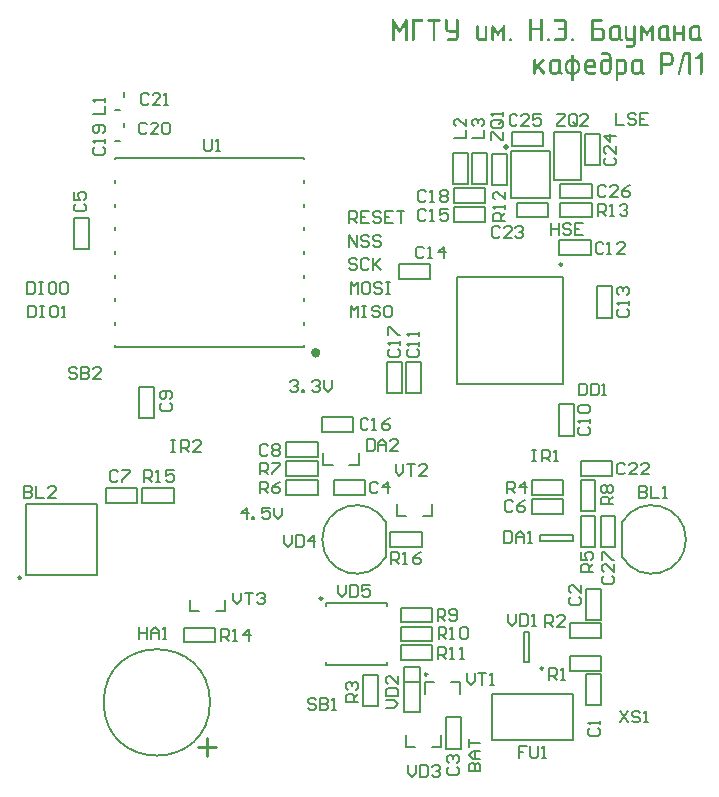
<source format=gbr>
G04*
G04 #@! TF.GenerationSoftware,Altium Limited,Altium Designer,24.3.1 (35)*
G04*
G04 Layer_Color=65535*
%FSAX25Y25*%
%MOIN*%
G70*
G04*
G04 #@! TF.SameCoordinates,A3C2EEE2-FC71-4F10-AF2F-9764D03318EB*
G04*
G04*
G04 #@! TF.FilePolarity,Positive*
G04*
G01*
G75*
%ADD10C,0.01000*%
%ADD11C,0.00787*%
%ADD12C,0.01575*%
%ADD13C,0.01968*%
G36*
X0179853Y0273908D02*
X0179897Y0273908D01*
X0179995Y0273864D01*
X0180050Y0273842D01*
X0180104Y0273799D01*
X0180115Y0273799D01*
X0180126Y0273777D01*
X0180148Y0273744D01*
X0180181Y0273711D01*
X0180236Y0273602D01*
X0180246Y0273525D01*
X0180257Y0273449D01*
X0180257Y0266946D01*
X0180257Y0266934D01*
X0180257Y0266913D01*
X0180246Y0266869D01*
X0180236Y0266825D01*
X0180192Y0266716D01*
X0180159Y0266650D01*
X0180104Y0266596D01*
X0180093Y0266596D01*
X0180071Y0266574D01*
X0180039Y0266552D01*
X0180006Y0266530D01*
X0179897Y0266486D01*
X0179842Y0266476D01*
X0179776Y0266464D01*
X0179744Y0266464D01*
X0179711Y0266476D01*
X0179667Y0266476D01*
X0179569Y0266508D01*
X0179459Y0266563D01*
X0179448Y0266574D01*
X0179438Y0266585D01*
X0179416Y0266618D01*
X0179394Y0266661D01*
X0179339Y0266771D01*
X0179328Y0266847D01*
X0179317Y0266924D01*
X0179317Y0270082D01*
X0176639Y0270082D01*
X0176639Y0266934D01*
X0176639Y0266924D01*
X0176639Y0266902D01*
X0176629Y0266858D01*
X0176629Y0266814D01*
X0176585Y0266694D01*
X0176552Y0266639D01*
X0176508Y0266585D01*
X0176497Y0266585D01*
X0176487Y0266563D01*
X0176454Y0266552D01*
X0176410Y0266530D01*
X0176301Y0266486D01*
X0176246Y0266476D01*
X0176170Y0266464D01*
X0176137Y0266464D01*
X0176104Y0266476D01*
X0176049Y0266476D01*
X0175940Y0266508D01*
X0175831Y0266574D01*
X0175831Y0266585D01*
X0175809Y0266596D01*
X0175787Y0266629D01*
X0175765Y0266661D01*
X0175743Y0266716D01*
X0175721Y0266781D01*
X0175710Y0266847D01*
X0175699Y0266934D01*
X0175699Y0273438D01*
X0175699Y0273449D01*
X0175699Y0273471D01*
X0175710Y0273503D01*
X0175710Y0273547D01*
X0175754Y0273657D01*
X0175776Y0273711D01*
X0175820Y0273766D01*
X0175831Y0273777D01*
X0175853Y0273788D01*
X0175874Y0273810D01*
X0175918Y0273831D01*
X0176027Y0273875D01*
X0176093Y0273897D01*
X0176202Y0273897D01*
X0176235Y0273886D01*
X0176279Y0273886D01*
X0176377Y0273842D01*
X0176432Y0273820D01*
X0176487Y0273777D01*
X0176497Y0273777D01*
X0176508Y0273755D01*
X0176563Y0273689D01*
X0176596Y0273646D01*
X0176618Y0273591D01*
X0176629Y0273514D01*
X0176639Y0273438D01*
X0176639Y0271011D01*
X0179317Y0271011D01*
X0179317Y0273449D01*
X0179317Y0273460D01*
X0179317Y0273482D01*
X0179328Y0273514D01*
X0179339Y0273558D01*
X0179372Y0273667D01*
X0179405Y0273722D01*
X0179448Y0273777D01*
X0179459Y0273788D01*
X0179470Y0273799D01*
X0179503Y0273820D01*
X0179547Y0273853D01*
X0179656Y0273897D01*
X0179722Y0273908D01*
X0179787Y0273919D01*
X0179820Y0273919D01*
X0179853Y0273908D01*
X0179853Y0273908D02*
G37*
G36*
X0134800Y0273919D02*
X0134843Y0273908D01*
X0134942Y0273864D01*
X0134996Y0273831D01*
X0135051Y0273777D01*
X0135062Y0273766D01*
X0135073Y0273755D01*
X0135095Y0273722D01*
X0135116Y0273678D01*
X0135149Y0273558D01*
X0135171Y0273482D01*
X0135171Y0273405D01*
X0135171Y0266934D01*
X0135171Y0266924D01*
X0135171Y0266902D01*
X0135160Y0266858D01*
X0135160Y0266814D01*
X0135116Y0266694D01*
X0135084Y0266639D01*
X0135040Y0266585D01*
X0135029Y0266585D01*
X0135018Y0266563D01*
X0134985Y0266552D01*
X0134942Y0266530D01*
X0134832Y0266486D01*
X0134778Y0266476D01*
X0134701Y0266464D01*
X0134668Y0266464D01*
X0134646Y0266476D01*
X0134603Y0266476D01*
X0134493Y0266508D01*
X0134384Y0266574D01*
X0134373Y0266585D01*
X0134362Y0266596D01*
X0134340Y0266629D01*
X0134308Y0266661D01*
X0134275Y0266716D01*
X0134253Y0266781D01*
X0134242Y0266847D01*
X0134231Y0266934D01*
X0134231Y0271984D01*
X0132952Y0269623D01*
X0132941Y0269612D01*
X0132920Y0269569D01*
X0132876Y0269503D01*
X0132832Y0269438D01*
X0132766Y0269372D01*
X0132690Y0269306D01*
X0132614Y0269263D01*
X0132526Y0269252D01*
X0132493Y0269252D01*
X0132449Y0269263D01*
X0132395Y0269285D01*
X0132329Y0269317D01*
X0132264Y0269372D01*
X0132198Y0269438D01*
X0132122Y0269525D01*
X0130821Y0271984D01*
X0130821Y0266934D01*
X0130821Y0266924D01*
X0130821Y0266902D01*
X0130810Y0266858D01*
X0130810Y0266814D01*
X0130766Y0266694D01*
X0130734Y0266639D01*
X0130690Y0266585D01*
X0130679Y0266585D01*
X0130668Y0266563D01*
X0130635Y0266552D01*
X0130591Y0266530D01*
X0130482Y0266486D01*
X0130428Y0266476D01*
X0130351Y0266464D01*
X0130318Y0266464D01*
X0130285Y0266476D01*
X0130231Y0266476D01*
X0130121Y0266508D01*
X0130012Y0266574D01*
X0130012Y0266585D01*
X0129990Y0266596D01*
X0129968Y0266629D01*
X0129946Y0266661D01*
X0129925Y0266716D01*
X0129903Y0266781D01*
X0129892Y0266847D01*
X0129881Y0266934D01*
X0129881Y0273405D01*
X0129881Y0273416D01*
X0129881Y0273449D01*
X0129892Y0273493D01*
X0129903Y0273547D01*
X0129936Y0273678D01*
X0129968Y0273733D01*
X0130012Y0273788D01*
X0130023Y0273799D01*
X0130034Y0273810D01*
X0130100Y0273864D01*
X0130187Y0273908D01*
X0130253Y0273919D01*
X0130318Y0273930D01*
X0130340Y0273930D01*
X0130395Y0273919D01*
X0130471Y0273897D01*
X0130548Y0273853D01*
X0130570Y0273842D01*
X0130613Y0273799D01*
X0130679Y0273733D01*
X0130755Y0273624D01*
X0132526Y0270607D01*
X0134275Y0273613D01*
X0134286Y0273624D01*
X0134308Y0273667D01*
X0134340Y0273711D01*
X0134395Y0273777D01*
X0134461Y0273831D01*
X0134537Y0273886D01*
X0134625Y0273919D01*
X0134734Y0273930D01*
X0134767Y0273930D01*
X0134800Y0273919D01*
X0134800Y0273919D02*
G37*
G36*
X0151763Y0273897D02*
X0151806Y0273897D01*
X0151905Y0273853D01*
X0151960Y0273831D01*
X0152014Y0273788D01*
X0152025Y0273788D01*
X0152036Y0273766D01*
X0152058Y0273733D01*
X0152091Y0273700D01*
X0152145Y0273591D01*
X0152156Y0273514D01*
X0152167Y0273438D01*
X0152167Y0268017D01*
X0152167Y0268006D01*
X0152167Y0267984D01*
X0152167Y0267951D01*
X0152156Y0267907D01*
X0152145Y0267787D01*
X0152113Y0267634D01*
X0152058Y0267459D01*
X0151971Y0267284D01*
X0151861Y0267088D01*
X0151708Y0266913D01*
X0151686Y0266891D01*
X0151632Y0266847D01*
X0151533Y0266771D01*
X0151402Y0266694D01*
X0151238Y0266607D01*
X0151052Y0266530D01*
X0150834Y0266486D01*
X0150604Y0266464D01*
X0148768Y0266464D01*
X0148724Y0266476D01*
X0148681Y0266476D01*
X0148560Y0266519D01*
X0148506Y0266541D01*
X0148451Y0266585D01*
X0148451Y0266596D01*
X0148429Y0266618D01*
X0148418Y0266639D01*
X0148396Y0266683D01*
X0148353Y0266792D01*
X0148342Y0266858D01*
X0148331Y0266934D01*
X0148331Y0266946D01*
X0148331Y0266956D01*
X0148342Y0267033D01*
X0148385Y0267131D01*
X0148407Y0267186D01*
X0148451Y0267241D01*
X0148462Y0267251D01*
X0148473Y0267262D01*
X0148506Y0267284D01*
X0148538Y0267317D01*
X0148648Y0267372D01*
X0148724Y0267383D01*
X0148801Y0267394D01*
X0150648Y0267394D01*
X0150692Y0267405D01*
X0150757Y0267415D01*
X0150823Y0267437D01*
X0150899Y0267459D01*
X0150965Y0267503D01*
X0151041Y0267558D01*
X0151052Y0267568D01*
X0151074Y0267590D01*
X0151096Y0267623D01*
X0151140Y0267678D01*
X0151173Y0267743D01*
X0151195Y0267831D01*
X0151216Y0267918D01*
X0151227Y0268017D01*
X0151227Y0269361D01*
X0149096Y0269361D01*
X0149052Y0269372D01*
X0148932Y0269383D01*
X0148790Y0269416D01*
X0148615Y0269470D01*
X0148429Y0269547D01*
X0148243Y0269656D01*
X0148068Y0269809D01*
X0148047Y0269831D01*
X0147992Y0269886D01*
X0147926Y0269984D01*
X0147839Y0270115D01*
X0147751Y0270279D01*
X0147686Y0270465D01*
X0147631Y0270673D01*
X0147609Y0270913D01*
X0147609Y0273438D01*
X0147609Y0273449D01*
X0147609Y0273471D01*
X0147620Y0273503D01*
X0147620Y0273547D01*
X0147664Y0273657D01*
X0147686Y0273722D01*
X0147730Y0273777D01*
X0147741Y0273788D01*
X0147762Y0273799D01*
X0147784Y0273820D01*
X0147828Y0273842D01*
X0147937Y0273886D01*
X0148003Y0273908D01*
X0148112Y0273908D01*
X0148145Y0273897D01*
X0148189Y0273897D01*
X0148287Y0273853D01*
X0148342Y0273831D01*
X0148396Y0273788D01*
X0148407Y0273788D01*
X0148418Y0273766D01*
X0148440Y0273733D01*
X0148473Y0273700D01*
X0148528Y0273591D01*
X0148538Y0273514D01*
X0148549Y0273438D01*
X0148549Y0270913D01*
X0148549Y0270902D01*
X0148549Y0270869D01*
X0148560Y0270815D01*
X0148571Y0270760D01*
X0148593Y0270684D01*
X0148615Y0270607D01*
X0148659Y0270531D01*
X0148713Y0270465D01*
X0148735Y0270454D01*
X0148779Y0270410D01*
X0148845Y0270367D01*
X0148921Y0270323D01*
X0148943Y0270323D01*
X0148997Y0270312D01*
X0149074Y0270301D01*
X0149162Y0270290D01*
X0151227Y0270290D01*
X0151227Y0273438D01*
X0151227Y0273449D01*
X0151227Y0273471D01*
X0151238Y0273503D01*
X0151238Y0273547D01*
X0151282Y0273657D01*
X0151304Y0273711D01*
X0151347Y0273766D01*
X0151358Y0273777D01*
X0151380Y0273788D01*
X0151402Y0273810D01*
X0151446Y0273842D01*
X0151555Y0273886D01*
X0151621Y0273897D01*
X0151697Y0273908D01*
X0151730Y0273908D01*
X0151763Y0273897D01*
X0151763Y0273897D02*
G37*
G36*
X0227169Y0271722D02*
X0227213Y0271722D01*
X0227311Y0271678D01*
X0227366Y0271656D01*
X0227420Y0271613D01*
X0227431Y0271613D01*
X0227442Y0271591D01*
X0227464Y0271558D01*
X0227497Y0271525D01*
X0227551Y0271416D01*
X0227562Y0271339D01*
X0227573Y0271263D01*
X0227573Y0266934D01*
X0227573Y0266924D01*
X0227573Y0266902D01*
X0227562Y0266858D01*
X0227562Y0266814D01*
X0227519Y0266694D01*
X0227486Y0266639D01*
X0227442Y0266585D01*
X0227431Y0266585D01*
X0227420Y0266563D01*
X0227387Y0266552D01*
X0227344Y0266530D01*
X0227235Y0266486D01*
X0227180Y0266476D01*
X0227103Y0266464D01*
X0227070Y0266464D01*
X0227038Y0266476D01*
X0226983Y0266476D01*
X0226874Y0266508D01*
X0226764Y0266574D01*
X0226764Y0266585D01*
X0226743Y0266596D01*
X0226721Y0266629D01*
X0226699Y0266661D01*
X0226677Y0266716D01*
X0226655Y0266781D01*
X0226644Y0266847D01*
X0226633Y0266934D01*
X0226633Y0268640D01*
X0224677Y0268640D01*
X0224677Y0266934D01*
X0224677Y0266924D01*
X0224677Y0266902D01*
X0224666Y0266858D01*
X0224666Y0266814D01*
X0224622Y0266694D01*
X0224589Y0266639D01*
X0224546Y0266585D01*
X0224535Y0266585D01*
X0224524Y0266563D01*
X0224491Y0266552D01*
X0224447Y0266530D01*
X0224338Y0266486D01*
X0224283Y0266476D01*
X0224207Y0266464D01*
X0224174Y0266464D01*
X0224141Y0266476D01*
X0224087Y0266476D01*
X0223977Y0266508D01*
X0223868Y0266574D01*
X0223868Y0266585D01*
X0223846Y0266596D01*
X0223824Y0266629D01*
X0223802Y0266661D01*
X0223781Y0266716D01*
X0223759Y0266781D01*
X0223748Y0266847D01*
X0223737Y0266934D01*
X0223737Y0271263D01*
X0223737Y0271274D01*
X0223737Y0271296D01*
X0223748Y0271328D01*
X0223748Y0271372D01*
X0223792Y0271481D01*
X0223813Y0271547D01*
X0223857Y0271602D01*
X0223868Y0271613D01*
X0223890Y0271623D01*
X0223912Y0271645D01*
X0223955Y0271667D01*
X0224065Y0271711D01*
X0224130Y0271733D01*
X0224240Y0271733D01*
X0224272Y0271722D01*
X0224316Y0271722D01*
X0224414Y0271678D01*
X0224469Y0271656D01*
X0224524Y0271613D01*
X0224535Y0271613D01*
X0224546Y0271591D01*
X0224600Y0271525D01*
X0224655Y0271416D01*
X0224666Y0271350D01*
X0224677Y0271274D01*
X0224677Y0269569D01*
X0226633Y0269569D01*
X0226633Y0271274D01*
X0226633Y0271285D01*
X0226633Y0271306D01*
X0226644Y0271339D01*
X0226644Y0271383D01*
X0226688Y0271481D01*
X0226710Y0271547D01*
X0226753Y0271602D01*
X0226764Y0271613D01*
X0226786Y0271623D01*
X0226808Y0271645D01*
X0226852Y0271667D01*
X0226961Y0271711D01*
X0227027Y0271733D01*
X0227136Y0271733D01*
X0227169Y0271722D01*
X0227169Y0271722D02*
G37*
G36*
X0216840Y0271777D02*
X0216906Y0271766D01*
X0216993Y0271722D01*
X0217059Y0271667D01*
X0217080Y0271656D01*
X0217080Y0271645D01*
X0217124Y0271591D01*
X0217157Y0271525D01*
X0217201Y0271405D01*
X0217201Y0271350D01*
X0217212Y0271306D01*
X0217212Y0271274D01*
X0217212Y0271263D01*
X0217212Y0266934D01*
X0217201Y0266858D01*
X0217190Y0266781D01*
X0217135Y0266672D01*
X0217102Y0266639D01*
X0217080Y0266607D01*
X0217070Y0266596D01*
X0217059Y0266585D01*
X0217004Y0266541D01*
X0216949Y0266519D01*
X0216840Y0266476D01*
X0216807Y0266476D01*
X0216775Y0266464D01*
X0216742Y0266464D01*
X0216665Y0266476D01*
X0216600Y0266486D01*
X0216490Y0266530D01*
X0216447Y0266552D01*
X0216414Y0266563D01*
X0216403Y0266585D01*
X0216392Y0266585D01*
X0216348Y0266639D01*
X0216326Y0266694D01*
X0216283Y0266814D01*
X0216283Y0266858D01*
X0216272Y0266902D01*
X0216272Y0266924D01*
X0216272Y0266934D01*
X0216272Y0270039D01*
X0215321Y0268476D01*
X0215244Y0268399D01*
X0215179Y0268334D01*
X0215113Y0268290D01*
X0215048Y0268268D01*
X0215004Y0268246D01*
X0214960Y0268235D01*
X0214927Y0268235D01*
X0214851Y0268246D01*
X0214774Y0268279D01*
X0214709Y0268323D01*
X0214643Y0268377D01*
X0214599Y0268421D01*
X0214556Y0268465D01*
X0214534Y0268497D01*
X0214523Y0268508D01*
X0213594Y0270039D01*
X0213594Y0266934D01*
X0213583Y0266858D01*
X0213572Y0266781D01*
X0213517Y0266672D01*
X0213485Y0266639D01*
X0213463Y0266607D01*
X0213452Y0266596D01*
X0213441Y0266585D01*
X0213386Y0266541D01*
X0213332Y0266519D01*
X0213222Y0266476D01*
X0213189Y0266476D01*
X0213157Y0266464D01*
X0213124Y0266464D01*
X0213047Y0266476D01*
X0212982Y0266486D01*
X0212872Y0266530D01*
X0212829Y0266552D01*
X0212796Y0266563D01*
X0212785Y0266585D01*
X0212774Y0266585D01*
X0212730Y0266639D01*
X0212708Y0266694D01*
X0212665Y0266814D01*
X0212665Y0266858D01*
X0212654Y0266902D01*
X0212654Y0266924D01*
X0212654Y0266934D01*
X0212654Y0271263D01*
X0212676Y0271416D01*
X0212708Y0271536D01*
X0212730Y0271580D01*
X0212741Y0271613D01*
X0212763Y0271623D01*
X0212763Y0271634D01*
X0212818Y0271689D01*
X0212872Y0271722D01*
X0212971Y0271766D01*
X0213015Y0271777D01*
X0213047Y0271787D01*
X0213080Y0271787D01*
X0213168Y0271777D01*
X0213255Y0271744D01*
X0213321Y0271711D01*
X0213386Y0271667D01*
X0213441Y0271613D01*
X0213474Y0271580D01*
X0213495Y0271547D01*
X0213506Y0271536D01*
X0214927Y0269481D01*
X0216337Y0271525D01*
X0216425Y0271613D01*
X0216501Y0271678D01*
X0216578Y0271722D01*
X0216643Y0271755D01*
X0216698Y0271777D01*
X0216742Y0271787D01*
X0216775Y0271787D01*
X0216840Y0271777D01*
X0216840Y0271777D02*
G37*
G36*
X0167316Y0271777D02*
X0167382Y0271766D01*
X0167469Y0271722D01*
X0167535Y0271667D01*
X0167557Y0271656D01*
X0167557Y0271645D01*
X0167600Y0271591D01*
X0167633Y0271525D01*
X0167677Y0271405D01*
X0167677Y0271350D01*
X0167688Y0271306D01*
X0167688Y0271274D01*
X0167688Y0271263D01*
X0167688Y0266934D01*
X0167677Y0266858D01*
X0167666Y0266781D01*
X0167611Y0266672D01*
X0167578Y0266639D01*
X0167557Y0266607D01*
X0167546Y0266596D01*
X0167535Y0266585D01*
X0167480Y0266541D01*
X0167426Y0266519D01*
X0167316Y0266476D01*
X0167283Y0266476D01*
X0167251Y0266464D01*
X0167218Y0266464D01*
X0167141Y0266476D01*
X0167076Y0266486D01*
X0166966Y0266530D01*
X0166923Y0266552D01*
X0166890Y0266563D01*
X0166879Y0266585D01*
X0166868Y0266585D01*
X0166824Y0266639D01*
X0166803Y0266694D01*
X0166759Y0266814D01*
X0166759Y0266858D01*
X0166748Y0266902D01*
X0166748Y0266924D01*
X0166748Y0266934D01*
X0166748Y0270039D01*
X0165797Y0268476D01*
X0165720Y0268399D01*
X0165655Y0268334D01*
X0165589Y0268290D01*
X0165524Y0268268D01*
X0165480Y0268246D01*
X0165436Y0268235D01*
X0165403Y0268235D01*
X0165327Y0268246D01*
X0165250Y0268279D01*
X0165185Y0268323D01*
X0165119Y0268377D01*
X0165076Y0268421D01*
X0165032Y0268465D01*
X0165010Y0268497D01*
X0164999Y0268508D01*
X0164070Y0270039D01*
X0164070Y0266934D01*
X0164059Y0266858D01*
X0164048Y0266781D01*
X0163994Y0266672D01*
X0163961Y0266639D01*
X0163939Y0266607D01*
X0163928Y0266596D01*
X0163917Y0266585D01*
X0163862Y0266541D01*
X0163808Y0266519D01*
X0163698Y0266476D01*
X0163666Y0266476D01*
X0163633Y0266464D01*
X0163600Y0266464D01*
X0163523Y0266476D01*
X0163458Y0266486D01*
X0163349Y0266530D01*
X0163305Y0266552D01*
X0163272Y0266563D01*
X0163261Y0266585D01*
X0163250Y0266585D01*
X0163207Y0266639D01*
X0163185Y0266694D01*
X0163141Y0266814D01*
X0163141Y0266858D01*
X0163130Y0266902D01*
X0163130Y0266924D01*
X0163130Y0266934D01*
X0163130Y0271263D01*
X0163152Y0271416D01*
X0163185Y0271536D01*
X0163207Y0271580D01*
X0163217Y0271613D01*
X0163239Y0271623D01*
X0163239Y0271634D01*
X0163294Y0271689D01*
X0163349Y0271722D01*
X0163447Y0271766D01*
X0163491Y0271777D01*
X0163523Y0271787D01*
X0163556Y0271787D01*
X0163644Y0271777D01*
X0163731Y0271744D01*
X0163797Y0271711D01*
X0163862Y0271667D01*
X0163917Y0271613D01*
X0163950Y0271580D01*
X0163972Y0271547D01*
X0163983Y0271536D01*
X0165403Y0269481D01*
X0166813Y0271525D01*
X0166901Y0271613D01*
X0166977Y0271678D01*
X0167054Y0271722D01*
X0167120Y0271755D01*
X0167174Y0271777D01*
X0167218Y0271787D01*
X0167251Y0271787D01*
X0167316Y0271777D01*
X0167316Y0271777D02*
G37*
G36*
X0210916Y0271722D02*
X0210960Y0271722D01*
X0211058Y0271678D01*
X0211113Y0271656D01*
X0211167Y0271613D01*
X0211178Y0271613D01*
X0211189Y0271591D01*
X0211211Y0271558D01*
X0211244Y0271525D01*
X0211298Y0271416D01*
X0211310Y0271339D01*
X0211320Y0271263D01*
X0211320Y0265863D01*
X0211320Y0265852D01*
X0211320Y0265831D01*
X0211320Y0265798D01*
X0211310Y0265754D01*
X0211298Y0265634D01*
X0211266Y0265492D01*
X0211211Y0265317D01*
X0211124Y0265131D01*
X0211014Y0264945D01*
X0210861Y0264770D01*
X0210840Y0264749D01*
X0210785Y0264694D01*
X0210686Y0264617D01*
X0210555Y0264541D01*
X0210391Y0264453D01*
X0210206Y0264377D01*
X0209998Y0264322D01*
X0209878Y0264311D01*
X0209757Y0264300D01*
X0208282Y0264300D01*
X0208249Y0264311D01*
X0208205Y0264322D01*
X0208096Y0264366D01*
X0208031Y0264399D01*
X0207965Y0264442D01*
X0207965Y0264453D01*
X0207943Y0264464D01*
X0207932Y0264497D01*
X0207910Y0264541D01*
X0207867Y0264639D01*
X0207856Y0264705D01*
X0207845Y0264770D01*
X0207845Y0264781D01*
X0207845Y0264803D01*
X0207856Y0264836D01*
X0207856Y0264880D01*
X0207888Y0264989D01*
X0207954Y0265098D01*
X0207965Y0265109D01*
X0207976Y0265120D01*
X0208009Y0265142D01*
X0208041Y0265164D01*
X0208096Y0265186D01*
X0208162Y0265208D01*
X0208227Y0265229D01*
X0209801Y0265229D01*
X0209845Y0265240D01*
X0209910Y0265251D01*
X0209976Y0265273D01*
X0210052Y0265306D01*
X0210129Y0265350D01*
X0210195Y0265404D01*
X0210206Y0265415D01*
X0210227Y0265437D01*
X0210249Y0265470D01*
X0210293Y0265525D01*
X0210326Y0265590D01*
X0210348Y0265667D01*
X0210369Y0265754D01*
X0210380Y0265852D01*
X0210380Y0266464D01*
X0208970Y0266464D01*
X0208927Y0266476D01*
X0208806Y0266486D01*
X0208664Y0266519D01*
X0208489Y0266574D01*
X0208304Y0266650D01*
X0208118Y0266760D01*
X0207943Y0266913D01*
X0207921Y0266934D01*
X0207867Y0266989D01*
X0207801Y0267088D01*
X0207714Y0267219D01*
X0207626Y0267383D01*
X0207560Y0267568D01*
X0207506Y0267776D01*
X0207484Y0268017D01*
X0207484Y0271263D01*
X0207484Y0271274D01*
X0207484Y0271296D01*
X0207495Y0271328D01*
X0207495Y0271372D01*
X0207539Y0271481D01*
X0207560Y0271547D01*
X0207604Y0271602D01*
X0207615Y0271613D01*
X0207637Y0271623D01*
X0207659Y0271645D01*
X0207703Y0271667D01*
X0207812Y0271711D01*
X0207877Y0271733D01*
X0207987Y0271733D01*
X0208019Y0271722D01*
X0208063Y0271722D01*
X0208162Y0271678D01*
X0208216Y0271656D01*
X0208271Y0271613D01*
X0208282Y0271613D01*
X0208293Y0271591D01*
X0208315Y0271558D01*
X0208347Y0271525D01*
X0208402Y0271416D01*
X0208413Y0271339D01*
X0208424Y0271263D01*
X0208424Y0268017D01*
X0208424Y0268006D01*
X0208424Y0267973D01*
X0208435Y0267918D01*
X0208446Y0267864D01*
X0208468Y0267787D01*
X0208489Y0267711D01*
X0208533Y0267634D01*
X0208588Y0267568D01*
X0208610Y0267558D01*
X0208653Y0267514D01*
X0208719Y0267470D01*
X0208796Y0267426D01*
X0208817Y0267426D01*
X0208872Y0267415D01*
X0208949Y0267405D01*
X0209036Y0267394D01*
X0210380Y0267394D01*
X0210380Y0271263D01*
X0210380Y0271274D01*
X0210380Y0271296D01*
X0210391Y0271328D01*
X0210391Y0271372D01*
X0210435Y0271481D01*
X0210457Y0271547D01*
X0210501Y0271602D01*
X0210512Y0271613D01*
X0210533Y0271623D01*
X0210555Y0271645D01*
X0210599Y0271667D01*
X0210708Y0271711D01*
X0210774Y0271733D01*
X0210883Y0271733D01*
X0210916Y0271722D01*
X0210916Y0271722D02*
G37*
G36*
X0161392Y0271722D02*
X0161436Y0271722D01*
X0161534Y0271678D01*
X0161589Y0271656D01*
X0161644Y0271613D01*
X0161654Y0271613D01*
X0161665Y0271591D01*
X0161687Y0271558D01*
X0161720Y0271525D01*
X0161775Y0271416D01*
X0161786Y0271339D01*
X0161797Y0271263D01*
X0161797Y0266934D01*
X0161797Y0266913D01*
X0161786Y0266858D01*
X0161775Y0266781D01*
X0161742Y0266705D01*
X0161676Y0266618D01*
X0161589Y0266541D01*
X0161480Y0266486D01*
X0161403Y0266476D01*
X0161316Y0266464D01*
X0159447Y0266464D01*
X0159403Y0266476D01*
X0159283Y0266486D01*
X0159141Y0266519D01*
X0158966Y0266574D01*
X0158780Y0266650D01*
X0158594Y0266760D01*
X0158419Y0266913D01*
X0158397Y0266934D01*
X0158343Y0266989D01*
X0158277Y0267088D01*
X0158190Y0267219D01*
X0158102Y0267383D01*
X0158037Y0267568D01*
X0157982Y0267776D01*
X0157960Y0268017D01*
X0157960Y0271263D01*
X0157960Y0271274D01*
X0157960Y0271296D01*
X0157971Y0271328D01*
X0157971Y0271372D01*
X0158015Y0271481D01*
X0158037Y0271547D01*
X0158080Y0271602D01*
X0158091Y0271613D01*
X0158113Y0271623D01*
X0158135Y0271645D01*
X0158179Y0271667D01*
X0158288Y0271711D01*
X0158354Y0271733D01*
X0158463Y0271733D01*
X0158496Y0271722D01*
X0158539Y0271722D01*
X0158638Y0271678D01*
X0158692Y0271656D01*
X0158747Y0271613D01*
X0158758Y0271613D01*
X0158769Y0271591D01*
X0158791Y0271558D01*
X0158824Y0271525D01*
X0158878Y0271416D01*
X0158889Y0271339D01*
X0158900Y0271263D01*
X0158900Y0268017D01*
X0158900Y0268006D01*
X0158900Y0267973D01*
X0158911Y0267918D01*
X0158922Y0267864D01*
X0158944Y0267787D01*
X0158966Y0267711D01*
X0159009Y0267634D01*
X0159064Y0267568D01*
X0159086Y0267558D01*
X0159130Y0267514D01*
X0159195Y0267470D01*
X0159272Y0267426D01*
X0159294Y0267426D01*
X0159348Y0267415D01*
X0159425Y0267405D01*
X0159512Y0267394D01*
X0160857Y0267394D01*
X0160857Y0271263D01*
X0160857Y0271274D01*
X0160857Y0271296D01*
X0160868Y0271328D01*
X0160868Y0271372D01*
X0160911Y0271481D01*
X0160933Y0271547D01*
X0160977Y0271602D01*
X0160988Y0271613D01*
X0161010Y0271623D01*
X0161031Y0271645D01*
X0161075Y0271667D01*
X0161185Y0271711D01*
X0161250Y0271733D01*
X0161359Y0271733D01*
X0161392Y0271722D01*
X0161392Y0271722D02*
G37*
G36*
X0232339Y0271722D02*
X0232415Y0271711D01*
X0232503Y0271678D01*
X0232590Y0271623D01*
X0232667Y0271536D01*
X0232721Y0271416D01*
X0232743Y0271350D01*
X0232743Y0271263D01*
X0232743Y0268027D01*
X0232743Y0268017D01*
X0232743Y0267995D01*
X0232754Y0267951D01*
X0232754Y0267907D01*
X0232798Y0267776D01*
X0232820Y0267711D01*
X0232863Y0267634D01*
X0232863Y0267623D01*
X0232885Y0267601D01*
X0232940Y0267536D01*
X0233038Y0267437D01*
X0233158Y0267361D01*
X0233170Y0267350D01*
X0233202Y0267339D01*
X0233257Y0267306D01*
X0233312Y0267262D01*
X0233366Y0267197D01*
X0233421Y0267131D01*
X0233454Y0267033D01*
X0233465Y0266934D01*
X0233465Y0266924D01*
X0233465Y0266902D01*
X0233454Y0266869D01*
X0233443Y0266814D01*
X0233410Y0266705D01*
X0233366Y0266650D01*
X0233323Y0266596D01*
X0233301Y0266574D01*
X0233246Y0266530D01*
X0233137Y0266486D01*
X0233071Y0266476D01*
X0232995Y0266464D01*
X0232973Y0266464D01*
X0232929Y0266476D01*
X0232863Y0266486D01*
X0232787Y0266508D01*
X0232776Y0266519D01*
X0232732Y0266530D01*
X0232667Y0266574D01*
X0232590Y0266618D01*
X0232503Y0266672D01*
X0232404Y0266749D01*
X0232328Y0266836D01*
X0232251Y0266934D01*
X0232251Y0266924D01*
X0232229Y0266902D01*
X0232208Y0266869D01*
X0232164Y0266825D01*
X0232109Y0266771D01*
X0232033Y0266716D01*
X0231934Y0266661D01*
X0231825Y0266607D01*
X0231814Y0266596D01*
X0231770Y0266585D01*
X0231705Y0266563D01*
X0231628Y0266541D01*
X0231530Y0266508D01*
X0231421Y0266486D01*
X0231300Y0266476D01*
X0231180Y0266464D01*
X0230393Y0266464D01*
X0230349Y0266476D01*
X0230229Y0266486D01*
X0230087Y0266519D01*
X0229912Y0266574D01*
X0229727Y0266650D01*
X0229541Y0266760D01*
X0229366Y0266913D01*
X0229344Y0266934D01*
X0229289Y0266989D01*
X0229224Y0267088D01*
X0229136Y0267219D01*
X0229049Y0267383D01*
X0228983Y0267568D01*
X0228929Y0267776D01*
X0228907Y0268017D01*
X0228907Y0270181D01*
X0228907Y0270192D01*
X0228907Y0270214D01*
X0228907Y0270246D01*
X0228918Y0270290D01*
X0228929Y0270410D01*
X0228961Y0270563D01*
X0229016Y0270727D01*
X0229093Y0270913D01*
X0229202Y0271099D01*
X0229355Y0271274D01*
X0229377Y0271296D01*
X0229442Y0271350D01*
X0229530Y0271416D01*
X0229661Y0271503D01*
X0229825Y0271591D01*
X0230011Y0271656D01*
X0230229Y0271711D01*
X0230459Y0271733D01*
X0232284Y0271733D01*
X0232339Y0271722D01*
X0232339Y0271722D02*
G37*
G36*
X0221999Y0271722D02*
X0222076Y0271711D01*
X0222163Y0271678D01*
X0222250Y0271623D01*
X0222327Y0271536D01*
X0222382Y0271416D01*
X0222403Y0271350D01*
X0222403Y0271263D01*
X0222403Y0268027D01*
X0222403Y0268017D01*
X0222403Y0267995D01*
X0222414Y0267951D01*
X0222414Y0267907D01*
X0222458Y0267776D01*
X0222480Y0267711D01*
X0222524Y0267634D01*
X0222524Y0267623D01*
X0222546Y0267601D01*
X0222600Y0267536D01*
X0222698Y0267437D01*
X0222819Y0267361D01*
X0222830Y0267350D01*
X0222863Y0267339D01*
X0222917Y0267306D01*
X0222972Y0267262D01*
X0223026Y0267197D01*
X0223081Y0267131D01*
X0223114Y0267033D01*
X0223125Y0266934D01*
X0223125Y0266924D01*
X0223125Y0266902D01*
X0223114Y0266869D01*
X0223103Y0266814D01*
X0223070Y0266705D01*
X0223026Y0266650D01*
X0222983Y0266596D01*
X0222961Y0266574D01*
X0222906Y0266530D01*
X0222797Y0266486D01*
X0222731Y0266476D01*
X0222655Y0266464D01*
X0222633Y0266464D01*
X0222589Y0266476D01*
X0222524Y0266486D01*
X0222447Y0266508D01*
X0222436Y0266519D01*
X0222393Y0266530D01*
X0222327Y0266574D01*
X0222250Y0266618D01*
X0222163Y0266672D01*
X0222065Y0266749D01*
X0221988Y0266836D01*
X0221912Y0266934D01*
X0221912Y0266924D01*
X0221890Y0266902D01*
X0221868Y0266869D01*
X0221824Y0266825D01*
X0221769Y0266771D01*
X0221693Y0266716D01*
X0221595Y0266661D01*
X0221485Y0266607D01*
X0221474Y0266596D01*
X0221431Y0266585D01*
X0221365Y0266563D01*
X0221288Y0266541D01*
X0221190Y0266508D01*
X0221081Y0266486D01*
X0220961Y0266476D01*
X0220840Y0266464D01*
X0220054Y0266464D01*
X0220010Y0266476D01*
X0219889Y0266486D01*
X0219747Y0266519D01*
X0219572Y0266574D01*
X0219387Y0266650D01*
X0219201Y0266760D01*
X0219026Y0266913D01*
X0219004Y0266934D01*
X0218950Y0266989D01*
X0218884Y0267088D01*
X0218796Y0267219D01*
X0218709Y0267383D01*
X0218643Y0267568D01*
X0218589Y0267776D01*
X0218567Y0268017D01*
X0218567Y0270181D01*
X0218567Y0270192D01*
X0218567Y0270214D01*
X0218567Y0270246D01*
X0218578Y0270290D01*
X0218589Y0270410D01*
X0218622Y0270563D01*
X0218676Y0270727D01*
X0218753Y0270913D01*
X0218862Y0271099D01*
X0219015Y0271274D01*
X0219037Y0271296D01*
X0219103Y0271350D01*
X0219190Y0271416D01*
X0219321Y0271503D01*
X0219485Y0271591D01*
X0219671Y0271656D01*
X0219889Y0271711D01*
X0220119Y0271733D01*
X0221944Y0271733D01*
X0221999Y0271722D01*
X0221999Y0271722D02*
G37*
G36*
X0205746Y0271722D02*
X0205823Y0271711D01*
X0205910Y0271678D01*
X0205997Y0271623D01*
X0206074Y0271536D01*
X0206129Y0271416D01*
X0206151Y0271350D01*
X0206151Y0271263D01*
X0206151Y0268027D01*
X0206151Y0268017D01*
X0206151Y0267995D01*
X0206161Y0267951D01*
X0206161Y0267907D01*
X0206205Y0267776D01*
X0206227Y0267711D01*
X0206271Y0267634D01*
X0206271Y0267623D01*
X0206293Y0267601D01*
X0206347Y0267536D01*
X0206446Y0267437D01*
X0206566Y0267361D01*
X0206577Y0267350D01*
X0206610Y0267339D01*
X0206664Y0267306D01*
X0206719Y0267262D01*
X0206773Y0267197D01*
X0206828Y0267131D01*
X0206861Y0267033D01*
X0206872Y0266934D01*
X0206872Y0266924D01*
X0206872Y0266902D01*
X0206861Y0266869D01*
X0206850Y0266814D01*
X0206817Y0266705D01*
X0206773Y0266650D01*
X0206730Y0266596D01*
X0206708Y0266574D01*
X0206653Y0266530D01*
X0206544Y0266486D01*
X0206478Y0266476D01*
X0206402Y0266464D01*
X0206380Y0266464D01*
X0206336Y0266476D01*
X0206271Y0266486D01*
X0206194Y0266508D01*
X0206183Y0266519D01*
X0206140Y0266530D01*
X0206074Y0266574D01*
X0205997Y0266618D01*
X0205910Y0266672D01*
X0205812Y0266749D01*
X0205735Y0266836D01*
X0205659Y0266934D01*
X0205659Y0266924D01*
X0205637Y0266902D01*
X0205615Y0266869D01*
X0205571Y0266825D01*
X0205517Y0266771D01*
X0205440Y0266716D01*
X0205342Y0266661D01*
X0205232Y0266607D01*
X0205222Y0266596D01*
X0205178Y0266585D01*
X0205112Y0266563D01*
X0205036Y0266541D01*
X0204937Y0266508D01*
X0204828Y0266486D01*
X0204708Y0266476D01*
X0204588Y0266464D01*
X0203801Y0266464D01*
X0203757Y0266476D01*
X0203637Y0266486D01*
X0203495Y0266519D01*
X0203320Y0266574D01*
X0203134Y0266650D01*
X0202948Y0266760D01*
X0202773Y0266913D01*
X0202751Y0266934D01*
X0202697Y0266989D01*
X0202631Y0267088D01*
X0202544Y0267219D01*
X0202456Y0267383D01*
X0202391Y0267568D01*
X0202336Y0267776D01*
X0202314Y0268017D01*
X0202314Y0270181D01*
X0202314Y0270192D01*
X0202314Y0270214D01*
X0202314Y0270246D01*
X0202325Y0270290D01*
X0202336Y0270410D01*
X0202369Y0270563D01*
X0202423Y0270727D01*
X0202500Y0270913D01*
X0202609Y0271099D01*
X0202762Y0271274D01*
X0202784Y0271296D01*
X0202850Y0271350D01*
X0202937Y0271416D01*
X0203068Y0271503D01*
X0203232Y0271591D01*
X0203418Y0271656D01*
X0203637Y0271711D01*
X0203866Y0271733D01*
X0205691Y0271733D01*
X0205746Y0271722D01*
X0205746Y0271722D02*
G37*
G36*
X0199822Y0273897D02*
X0199877Y0273886D01*
X0199975Y0273842D01*
X0200030Y0273810D01*
X0200084Y0273755D01*
X0200095Y0273744D01*
X0200106Y0273733D01*
X0200161Y0273667D01*
X0200205Y0273569D01*
X0200216Y0273514D01*
X0200226Y0273449D01*
X0200226Y0273438D01*
X0200226Y0273416D01*
X0200216Y0273394D01*
X0200216Y0273350D01*
X0200172Y0273241D01*
X0200150Y0273186D01*
X0200106Y0273132D01*
X0200106Y0273121D01*
X0200084Y0273110D01*
X0200062Y0273088D01*
X0200019Y0273055D01*
X0199975Y0273023D01*
X0199909Y0273001D01*
X0199844Y0272990D01*
X0199756Y0272979D01*
X0197341Y0272979D01*
X0197341Y0271011D01*
X0199461Y0271011D01*
X0199505Y0271001D01*
X0199625Y0270990D01*
X0199767Y0270957D01*
X0199942Y0270902D01*
X0200128Y0270815D01*
X0200314Y0270705D01*
X0200489Y0270552D01*
X0200500Y0270552D01*
X0200511Y0270531D01*
X0200565Y0270476D01*
X0200642Y0270377D01*
X0200729Y0270246D01*
X0200806Y0270093D01*
X0200882Y0269907D01*
X0200937Y0269689D01*
X0200959Y0269580D01*
X0200959Y0269459D01*
X0200959Y0268017D01*
X0200959Y0268006D01*
X0200959Y0267984D01*
X0200959Y0267951D01*
X0200948Y0267907D01*
X0200937Y0267787D01*
X0200904Y0267634D01*
X0200850Y0267459D01*
X0200762Y0267284D01*
X0200653Y0267088D01*
X0200500Y0266913D01*
X0200478Y0266891D01*
X0200423Y0266847D01*
X0200325Y0266771D01*
X0200194Y0266694D01*
X0200030Y0266607D01*
X0199844Y0266530D01*
X0199625Y0266486D01*
X0199396Y0266464D01*
X0196849Y0266464D01*
X0196794Y0266476D01*
X0196718Y0266486D01*
X0196641Y0266519D01*
X0196554Y0266585D01*
X0196477Y0266661D01*
X0196423Y0266781D01*
X0196412Y0266847D01*
X0196401Y0266934D01*
X0196401Y0273438D01*
X0196401Y0273449D01*
X0196401Y0273460D01*
X0196412Y0273514D01*
X0196423Y0273591D01*
X0196456Y0273678D01*
X0196521Y0273755D01*
X0196598Y0273831D01*
X0196718Y0273886D01*
X0196783Y0273908D01*
X0199789Y0273908D01*
X0199822Y0273897D01*
X0199822Y0273897D02*
G37*
G36*
X0190313Y0267372D02*
X0190411Y0267339D01*
X0190466Y0267295D01*
X0190521Y0267251D01*
X0190532Y0267241D01*
X0190542Y0267230D01*
X0190608Y0267164D01*
X0190663Y0267066D01*
X0190674Y0267000D01*
X0190684Y0266934D01*
X0190684Y0266924D01*
X0190684Y0266902D01*
X0190674Y0266869D01*
X0190663Y0266825D01*
X0190630Y0266727D01*
X0190586Y0266661D01*
X0190542Y0266607D01*
X0190532Y0266596D01*
X0190521Y0266585D01*
X0190455Y0266541D01*
X0190346Y0266486D01*
X0190280Y0266476D01*
X0190215Y0266464D01*
X0190182Y0266464D01*
X0190138Y0266476D01*
X0190094Y0266486D01*
X0189985Y0266519D01*
X0189930Y0266552D01*
X0189876Y0266596D01*
X0189876Y0266607D01*
X0189854Y0266618D01*
X0189832Y0266650D01*
X0189810Y0266694D01*
X0189766Y0266803D01*
X0189755Y0266869D01*
X0189745Y0266934D01*
X0189745Y0266946D01*
X0189745Y0266967D01*
X0189755Y0267000D01*
X0189766Y0267044D01*
X0189799Y0267142D01*
X0189832Y0267197D01*
X0189876Y0267251D01*
X0189887Y0267262D01*
X0189898Y0267273D01*
X0189930Y0267295D01*
X0189963Y0267328D01*
X0190073Y0267372D01*
X0190138Y0267383D01*
X0190215Y0267394D01*
X0190236Y0267394D01*
X0190313Y0267372D01*
X0190313Y0267372D02*
G37*
G36*
X0186936Y0273897D02*
X0187056Y0273886D01*
X0187209Y0273853D01*
X0187384Y0273799D01*
X0187569Y0273711D01*
X0187755Y0273602D01*
X0187930Y0273449D01*
X0187952Y0273427D01*
X0188007Y0273372D01*
X0188072Y0273274D01*
X0188160Y0273143D01*
X0188247Y0272979D01*
X0188313Y0272793D01*
X0188367Y0272585D01*
X0188389Y0272356D01*
X0188389Y0268017D01*
X0188389Y0268006D01*
X0188389Y0267984D01*
X0188389Y0267951D01*
X0188378Y0267907D01*
X0188367Y0267787D01*
X0188335Y0267634D01*
X0188280Y0267459D01*
X0188192Y0267284D01*
X0188083Y0267088D01*
X0187930Y0266913D01*
X0187908Y0266891D01*
X0187854Y0266847D01*
X0187755Y0266771D01*
X0187624Y0266694D01*
X0187460Y0266607D01*
X0187274Y0266530D01*
X0187056Y0266486D01*
X0186826Y0266464D01*
X0184269Y0266464D01*
X0184225Y0266476D01*
X0184181Y0266476D01*
X0184061Y0266519D01*
X0184006Y0266541D01*
X0183952Y0266585D01*
X0183952Y0266596D01*
X0183930Y0266618D01*
X0183919Y0266639D01*
X0183897Y0266683D01*
X0183853Y0266792D01*
X0183842Y0266858D01*
X0183831Y0266934D01*
X0183831Y0266946D01*
X0183831Y0266956D01*
X0183842Y0267033D01*
X0183886Y0267131D01*
X0183908Y0267186D01*
X0183952Y0267241D01*
X0183963Y0267251D01*
X0183974Y0267262D01*
X0184006Y0267284D01*
X0184039Y0267317D01*
X0184148Y0267372D01*
X0184225Y0267383D01*
X0184301Y0267394D01*
X0186870Y0267394D01*
X0186914Y0267405D01*
X0186979Y0267415D01*
X0187045Y0267437D01*
X0187121Y0267459D01*
X0187187Y0267503D01*
X0187264Y0267558D01*
X0187274Y0267568D01*
X0187296Y0267590D01*
X0187318Y0267623D01*
X0187362Y0267678D01*
X0187395Y0267743D01*
X0187417Y0267831D01*
X0187438Y0267918D01*
X0187449Y0268017D01*
X0187449Y0270082D01*
X0185711Y0270082D01*
X0185668Y0270093D01*
X0185624Y0270093D01*
X0185515Y0270137D01*
X0185460Y0270159D01*
X0185405Y0270203D01*
X0185405Y0270214D01*
X0185383Y0270235D01*
X0185362Y0270257D01*
X0185340Y0270301D01*
X0185296Y0270410D01*
X0185285Y0270476D01*
X0185274Y0270552D01*
X0185274Y0270563D01*
X0185274Y0270574D01*
X0185285Y0270651D01*
X0185329Y0270749D01*
X0185351Y0270804D01*
X0185394Y0270858D01*
X0185405Y0270869D01*
X0185416Y0270880D01*
X0185449Y0270902D01*
X0185482Y0270935D01*
X0185591Y0270990D01*
X0185668Y0271001D01*
X0185744Y0271011D01*
X0187449Y0271011D01*
X0187449Y0272356D01*
X0187449Y0272367D01*
X0187449Y0272399D01*
X0187438Y0272443D01*
X0187427Y0272509D01*
X0187406Y0272574D01*
X0187373Y0272651D01*
X0187329Y0272727D01*
X0187274Y0272793D01*
X0187264Y0272804D01*
X0187242Y0272826D01*
X0187209Y0272848D01*
X0187154Y0272891D01*
X0187089Y0272924D01*
X0187012Y0272946D01*
X0186925Y0272968D01*
X0186826Y0272979D01*
X0184269Y0272979D01*
X0184225Y0272990D01*
X0184181Y0272990D01*
X0184061Y0273033D01*
X0184006Y0273055D01*
X0183952Y0273099D01*
X0183952Y0273110D01*
X0183930Y0273132D01*
X0183919Y0273165D01*
X0183897Y0273208D01*
X0183853Y0273318D01*
X0183842Y0273383D01*
X0183831Y0273449D01*
X0183831Y0273460D01*
X0183831Y0273471D01*
X0183842Y0273536D01*
X0183875Y0273635D01*
X0183941Y0273744D01*
X0183952Y0273755D01*
X0183963Y0273766D01*
X0183995Y0273799D01*
X0184028Y0273831D01*
X0184083Y0273853D01*
X0184148Y0273886D01*
X0184214Y0273897D01*
X0184301Y0273908D01*
X0186892Y0273908D01*
X0186936Y0273897D01*
X0186936Y0273897D02*
G37*
G36*
X0182181Y0267372D02*
X0182279Y0267339D01*
X0182334Y0267295D01*
X0182389Y0267251D01*
X0182400Y0267241D01*
X0182411Y0267230D01*
X0182476Y0267164D01*
X0182531Y0267066D01*
X0182542Y0267000D01*
X0182553Y0266934D01*
X0182553Y0266924D01*
X0182553Y0266902D01*
X0182542Y0266869D01*
X0182531Y0266825D01*
X0182498Y0266727D01*
X0182454Y0266661D01*
X0182411Y0266607D01*
X0182400Y0266596D01*
X0182389Y0266585D01*
X0182323Y0266541D01*
X0182214Y0266486D01*
X0182148Y0266476D01*
X0182083Y0266464D01*
X0182050Y0266464D01*
X0182006Y0266476D01*
X0181962Y0266486D01*
X0181853Y0266519D01*
X0181799Y0266552D01*
X0181744Y0266596D01*
X0181744Y0266607D01*
X0181722Y0266618D01*
X0181700Y0266650D01*
X0181678Y0266694D01*
X0181634Y0266803D01*
X0181624Y0266869D01*
X0181613Y0266934D01*
X0181613Y0266946D01*
X0181613Y0266967D01*
X0181624Y0267000D01*
X0181634Y0267044D01*
X0181667Y0267142D01*
X0181700Y0267197D01*
X0181744Y0267251D01*
X0181755Y0267262D01*
X0181766Y0267273D01*
X0181799Y0267295D01*
X0181831Y0267328D01*
X0181941Y0267372D01*
X0182006Y0267383D01*
X0182083Y0267394D01*
X0182105Y0267394D01*
X0182181Y0267372D01*
X0182181Y0267372D02*
G37*
G36*
X0169612Y0267372D02*
X0169710Y0267339D01*
X0169764Y0267295D01*
X0169819Y0267251D01*
X0169830Y0267241D01*
X0169841Y0267230D01*
X0169907Y0267164D01*
X0169961Y0267066D01*
X0169972Y0267000D01*
X0169983Y0266934D01*
X0169983Y0266924D01*
X0169983Y0266902D01*
X0169972Y0266869D01*
X0169961Y0266825D01*
X0169929Y0266727D01*
X0169885Y0266661D01*
X0169841Y0266607D01*
X0169830Y0266596D01*
X0169819Y0266585D01*
X0169754Y0266541D01*
X0169644Y0266486D01*
X0169579Y0266476D01*
X0169513Y0266464D01*
X0169480Y0266464D01*
X0169437Y0266476D01*
X0169393Y0266486D01*
X0169284Y0266519D01*
X0169229Y0266552D01*
X0169174Y0266596D01*
X0169174Y0266607D01*
X0169152Y0266618D01*
X0169131Y0266650D01*
X0169109Y0266694D01*
X0169065Y0266803D01*
X0169054Y0266869D01*
X0169043Y0266934D01*
X0169043Y0266946D01*
X0169043Y0266967D01*
X0169054Y0267000D01*
X0169065Y0267044D01*
X0169098Y0267142D01*
X0169131Y0267197D01*
X0169174Y0267251D01*
X0169185Y0267262D01*
X0169196Y0267273D01*
X0169229Y0267295D01*
X0169262Y0267328D01*
X0169371Y0267372D01*
X0169437Y0267383D01*
X0169513Y0267394D01*
X0169535Y0267394D01*
X0169612Y0267372D01*
X0169612Y0267372D02*
G37*
G36*
X0145839Y0273897D02*
X0145893Y0273886D01*
X0145992Y0273842D01*
X0146046Y0273810D01*
X0146101Y0273755D01*
X0146112Y0273744D01*
X0146123Y0273733D01*
X0146178Y0273667D01*
X0146221Y0273569D01*
X0146232Y0273514D01*
X0146243Y0273449D01*
X0146243Y0273438D01*
X0146243Y0273416D01*
X0146232Y0273394D01*
X0146232Y0273350D01*
X0146188Y0273241D01*
X0146167Y0273186D01*
X0146123Y0273132D01*
X0146123Y0273121D01*
X0146101Y0273110D01*
X0146068Y0273088D01*
X0146036Y0273055D01*
X0145926Y0273001D01*
X0145850Y0272990D01*
X0145773Y0272979D01*
X0144440Y0272979D01*
X0144440Y0266934D01*
X0144440Y0266924D01*
X0144440Y0266902D01*
X0144429Y0266858D01*
X0144429Y0266814D01*
X0144385Y0266694D01*
X0144352Y0266639D01*
X0144309Y0266585D01*
X0144298Y0266585D01*
X0144287Y0266563D01*
X0144254Y0266552D01*
X0144210Y0266530D01*
X0144101Y0266486D01*
X0144046Y0266476D01*
X0143970Y0266464D01*
X0143937Y0266464D01*
X0143904Y0266476D01*
X0143850Y0266476D01*
X0143740Y0266508D01*
X0143631Y0266574D01*
X0143631Y0266585D01*
X0143609Y0266596D01*
X0143587Y0266629D01*
X0143565Y0266661D01*
X0143544Y0266716D01*
X0143522Y0266781D01*
X0143511Y0266847D01*
X0143500Y0266934D01*
X0143500Y0272979D01*
X0142133Y0272979D01*
X0142090Y0272990D01*
X0142046Y0272990D01*
X0141926Y0273033D01*
X0141871Y0273055D01*
X0141816Y0273099D01*
X0141816Y0273110D01*
X0141795Y0273132D01*
X0141784Y0273165D01*
X0141762Y0273208D01*
X0141718Y0273318D01*
X0141707Y0273383D01*
X0141696Y0273449D01*
X0141696Y0273460D01*
X0141696Y0273471D01*
X0141707Y0273536D01*
X0141740Y0273635D01*
X0141806Y0273744D01*
X0141816Y0273755D01*
X0141827Y0273766D01*
X0141860Y0273799D01*
X0141893Y0273831D01*
X0141948Y0273853D01*
X0142013Y0273886D01*
X0142079Y0273897D01*
X0142166Y0273908D01*
X0145806Y0273908D01*
X0145839Y0273897D01*
X0145839Y0273897D02*
G37*
G36*
X0139958Y0273897D02*
X0140002Y0273886D01*
X0140111Y0273842D01*
X0140166Y0273810D01*
X0140221Y0273755D01*
X0140232Y0273744D01*
X0140243Y0273733D01*
X0140297Y0273667D01*
X0140341Y0273569D01*
X0140352Y0273514D01*
X0140363Y0273449D01*
X0140363Y0273438D01*
X0140363Y0273416D01*
X0140352Y0273394D01*
X0140352Y0273350D01*
X0140308Y0273241D01*
X0140286Y0273186D01*
X0140243Y0273132D01*
X0140243Y0273121D01*
X0140221Y0273110D01*
X0140188Y0273088D01*
X0140155Y0273055D01*
X0140101Y0273023D01*
X0140035Y0273001D01*
X0139969Y0272990D01*
X0139882Y0272979D01*
X0137466Y0272979D01*
X0137466Y0266934D01*
X0137466Y0266924D01*
X0137466Y0266902D01*
X0137455Y0266858D01*
X0137455Y0266814D01*
X0137412Y0266694D01*
X0137379Y0266639D01*
X0137335Y0266585D01*
X0137324Y0266585D01*
X0137313Y0266563D01*
X0137281Y0266552D01*
X0137237Y0266530D01*
X0137127Y0266486D01*
X0137073Y0266476D01*
X0136996Y0266464D01*
X0136964Y0266464D01*
X0136931Y0266476D01*
X0136876Y0266476D01*
X0136767Y0266508D01*
X0136658Y0266574D01*
X0136658Y0266585D01*
X0136636Y0266596D01*
X0136614Y0266629D01*
X0136592Y0266661D01*
X0136570Y0266716D01*
X0136548Y0266781D01*
X0136537Y0266847D01*
X0136526Y0266934D01*
X0136526Y0273438D01*
X0136526Y0273449D01*
X0136526Y0273460D01*
X0136537Y0273514D01*
X0136548Y0273591D01*
X0136581Y0273678D01*
X0136647Y0273755D01*
X0136723Y0273831D01*
X0136843Y0273886D01*
X0136909Y0273908D01*
X0139915Y0273908D01*
X0139958Y0273897D01*
X0139958Y0273897D02*
G37*
G36*
X0180476Y0260593D02*
X0180520Y0260582D01*
X0180629Y0260549D01*
X0180684Y0260506D01*
X0180749Y0260462D01*
X0180760Y0260451D01*
X0180771Y0260440D01*
X0180793Y0260407D01*
X0180826Y0260363D01*
X0180869Y0260254D01*
X0180880Y0260199D01*
X0180891Y0260123D01*
X0180891Y0260112D01*
X0180891Y0260090D01*
X0180880Y0260057D01*
X0180869Y0260003D01*
X0180826Y0259893D01*
X0180793Y0259828D01*
X0180738Y0259773D01*
X0179328Y0258298D01*
X0180804Y0256046D01*
X0180804Y0256035D01*
X0180815Y0256024D01*
X0180848Y0255948D01*
X0180880Y0255860D01*
X0180891Y0255773D01*
X0180891Y0255762D01*
X0180891Y0255740D01*
X0180880Y0255696D01*
X0180869Y0255653D01*
X0180837Y0255543D01*
X0180793Y0255489D01*
X0180749Y0255445D01*
X0180738Y0255434D01*
X0180727Y0255423D01*
X0180694Y0255401D01*
X0180651Y0255379D01*
X0180542Y0255325D01*
X0180476Y0255314D01*
X0180410Y0255303D01*
X0180378Y0255303D01*
X0180345Y0255314D01*
X0180290Y0255325D01*
X0180236Y0255346D01*
X0180181Y0255379D01*
X0180115Y0255423D01*
X0180061Y0255478D01*
X0178694Y0257675D01*
X0178006Y0256888D01*
X0178006Y0255784D01*
X0178006Y0255773D01*
X0178006Y0255751D01*
X0177995Y0255707D01*
X0177995Y0255663D01*
X0177951Y0255543D01*
X0177918Y0255489D01*
X0177875Y0255434D01*
X0177864Y0255434D01*
X0177853Y0255412D01*
X0177820Y0255401D01*
X0177776Y0255379D01*
X0177667Y0255336D01*
X0177612Y0255325D01*
X0177536Y0255314D01*
X0177503Y0255314D01*
X0177470Y0255325D01*
X0177416Y0255325D01*
X0177306Y0255358D01*
X0177197Y0255423D01*
X0177197Y0255434D01*
X0177175Y0255445D01*
X0177153Y0255478D01*
X0177131Y0255510D01*
X0177110Y0255565D01*
X0177088Y0255631D01*
X0177077Y0255696D01*
X0177066Y0255784D01*
X0177066Y0260123D01*
X0177066Y0260134D01*
X0177066Y0260156D01*
X0177077Y0260189D01*
X0177077Y0260232D01*
X0177120Y0260331D01*
X0177142Y0260396D01*
X0177186Y0260451D01*
X0177197Y0260462D01*
X0177219Y0260473D01*
X0177241Y0260495D01*
X0177284Y0260516D01*
X0177394Y0260560D01*
X0177459Y0260582D01*
X0177569Y0260582D01*
X0177601Y0260571D01*
X0177645Y0260571D01*
X0177743Y0260527D01*
X0177798Y0260506D01*
X0177853Y0260462D01*
X0177864Y0260462D01*
X0177875Y0260440D01*
X0177929Y0260374D01*
X0177984Y0260265D01*
X0177995Y0260199D01*
X0178006Y0260123D01*
X0178006Y0258090D01*
X0180115Y0260462D01*
X0180115Y0260473D01*
X0180137Y0260484D01*
X0180192Y0260538D01*
X0180290Y0260582D01*
X0180356Y0260593D01*
X0180421Y0260604D01*
X0180443Y0260604D01*
X0180476Y0260593D01*
X0180476Y0260593D02*
G37*
G36*
X0233148Y0262790D02*
X0233235Y0262757D01*
X0233290Y0262713D01*
X0233344Y0262670D01*
X0233355Y0262659D01*
X0233366Y0262648D01*
X0233388Y0262615D01*
X0233410Y0262571D01*
X0233443Y0262451D01*
X0233465Y0262374D01*
X0233465Y0262298D01*
X0233465Y0255784D01*
X0233465Y0255773D01*
X0233465Y0255751D01*
X0233454Y0255707D01*
X0233454Y0255663D01*
X0233410Y0255543D01*
X0233377Y0255489D01*
X0233333Y0255434D01*
X0233323Y0255434D01*
X0233312Y0255412D01*
X0233279Y0255401D01*
X0233235Y0255379D01*
X0233126Y0255336D01*
X0233071Y0255325D01*
X0232995Y0255314D01*
X0232962Y0255314D01*
X0232929Y0255325D01*
X0232874Y0255325D01*
X0232765Y0255358D01*
X0232656Y0255423D01*
X0232656Y0255434D01*
X0232634Y0255445D01*
X0232612Y0255478D01*
X0232590Y0255510D01*
X0232568Y0255565D01*
X0232546Y0255631D01*
X0232536Y0255696D01*
X0232525Y0255784D01*
X0232525Y0261314D01*
X0231869Y0260506D01*
X0231858Y0260506D01*
X0231847Y0260484D01*
X0231814Y0260462D01*
X0231770Y0260440D01*
X0231672Y0260396D01*
X0231607Y0260385D01*
X0231541Y0260374D01*
X0231508Y0260374D01*
X0231475Y0260385D01*
X0231432Y0260396D01*
X0231333Y0260429D01*
X0231268Y0260462D01*
X0231213Y0260506D01*
X0231202Y0260516D01*
X0231191Y0260527D01*
X0231169Y0260560D01*
X0231147Y0260604D01*
X0231093Y0260713D01*
X0231082Y0260779D01*
X0231071Y0260844D01*
X0231071Y0260855D01*
X0231071Y0260877D01*
X0231082Y0260910D01*
X0231093Y0260943D01*
X0231126Y0261052D01*
X0231158Y0261107D01*
X0231202Y0261161D01*
X0232656Y0262615D01*
X0232667Y0262626D01*
X0232710Y0262659D01*
X0232765Y0262702D01*
X0232831Y0262746D01*
X0232853Y0262757D01*
X0232896Y0262779D01*
X0232973Y0262801D01*
X0233060Y0262812D01*
X0233082Y0262812D01*
X0233148Y0262790D01*
X0233148Y0262790D02*
G37*
G36*
X0229311Y0262746D02*
X0229388Y0262735D01*
X0229475Y0262702D01*
X0229563Y0262648D01*
X0229639Y0262560D01*
X0229694Y0262440D01*
X0229716Y0262374D01*
X0229716Y0262287D01*
X0229716Y0255784D01*
X0229716Y0255773D01*
X0229716Y0255751D01*
X0229705Y0255707D01*
X0229705Y0255663D01*
X0229661Y0255543D01*
X0229628Y0255489D01*
X0229584Y0255434D01*
X0229573Y0255434D01*
X0229563Y0255412D01*
X0229530Y0255401D01*
X0229486Y0255379D01*
X0229377Y0255336D01*
X0229322Y0255325D01*
X0229246Y0255314D01*
X0229213Y0255314D01*
X0229180Y0255325D01*
X0229125Y0255325D01*
X0229016Y0255358D01*
X0228907Y0255423D01*
X0228907Y0255434D01*
X0228885Y0255445D01*
X0228863Y0255478D01*
X0228841Y0255510D01*
X0228819Y0255565D01*
X0228798Y0255631D01*
X0228786Y0255696D01*
X0228776Y0255784D01*
X0228776Y0261828D01*
X0227792Y0261828D01*
X0226076Y0255663D01*
X0226076Y0255653D01*
X0226076Y0255642D01*
X0226054Y0255576D01*
X0225999Y0255500D01*
X0225923Y0255412D01*
X0225912Y0255412D01*
X0225901Y0255401D01*
X0225835Y0255368D01*
X0225748Y0255325D01*
X0225628Y0255314D01*
X0225595Y0255314D01*
X0225562Y0255325D01*
X0225507Y0255325D01*
X0225398Y0255358D01*
X0225289Y0255423D01*
X0225289Y0255434D01*
X0225267Y0255445D01*
X0225223Y0255510D01*
X0225180Y0255620D01*
X0225169Y0255685D01*
X0225158Y0255762D01*
X0225158Y0255784D01*
X0225158Y0255817D01*
X0225169Y0255860D01*
X0225180Y0255904D01*
X0226983Y0262407D01*
X0226983Y0262418D01*
X0227005Y0262462D01*
X0227038Y0262517D01*
X0227081Y0262582D01*
X0227136Y0262648D01*
X0227213Y0262702D01*
X0227311Y0262746D01*
X0227431Y0262757D01*
X0229257Y0262757D01*
X0229311Y0262746D01*
X0229311Y0262746D02*
G37*
G36*
X0222349Y0262746D02*
X0222469Y0262735D01*
X0222622Y0262702D01*
X0222797Y0262648D01*
X0222983Y0262560D01*
X0223168Y0262451D01*
X0223343Y0262298D01*
X0223365Y0262276D01*
X0223420Y0262222D01*
X0223485Y0262123D01*
X0223573Y0261992D01*
X0223660Y0261828D01*
X0223726Y0261642D01*
X0223781Y0261435D01*
X0223802Y0261205D01*
X0223802Y0259762D01*
X0223802Y0259751D01*
X0223802Y0259730D01*
X0223802Y0259697D01*
X0223792Y0259653D01*
X0223781Y0259533D01*
X0223748Y0259380D01*
X0223693Y0259205D01*
X0223606Y0259030D01*
X0223496Y0258833D01*
X0223343Y0258658D01*
X0223322Y0258636D01*
X0223267Y0258593D01*
X0223168Y0258516D01*
X0223037Y0258440D01*
X0222873Y0258352D01*
X0222688Y0258276D01*
X0222469Y0258232D01*
X0222239Y0258210D01*
X0220185Y0258210D01*
X0220185Y0255784D01*
X0220185Y0255773D01*
X0220185Y0255751D01*
X0220174Y0255707D01*
X0220174Y0255663D01*
X0220130Y0255543D01*
X0220097Y0255489D01*
X0220054Y0255434D01*
X0220042Y0255434D01*
X0220032Y0255412D01*
X0219999Y0255401D01*
X0219955Y0255379D01*
X0219846Y0255336D01*
X0219791Y0255325D01*
X0219715Y0255314D01*
X0219682Y0255314D01*
X0219649Y0255325D01*
X0219594Y0255325D01*
X0219485Y0255358D01*
X0219376Y0255423D01*
X0219376Y0255434D01*
X0219354Y0255445D01*
X0219332Y0255478D01*
X0219310Y0255510D01*
X0219288Y0255565D01*
X0219267Y0255631D01*
X0219256Y0255696D01*
X0219245Y0255784D01*
X0219245Y0262287D01*
X0219245Y0262298D01*
X0219245Y0262309D01*
X0219256Y0262364D01*
X0219267Y0262440D01*
X0219299Y0262528D01*
X0219365Y0262604D01*
X0219441Y0262681D01*
X0219562Y0262735D01*
X0219627Y0262757D01*
X0222305Y0262757D01*
X0222349Y0262746D01*
X0222349Y0262746D02*
G37*
G36*
X0213069Y0260571D02*
X0213146Y0260560D01*
X0213233Y0260527D01*
X0213321Y0260473D01*
X0213397Y0260385D01*
X0213452Y0260265D01*
X0213474Y0260199D01*
X0213474Y0260112D01*
X0213474Y0256877D01*
X0213474Y0256866D01*
X0213474Y0256844D01*
X0213485Y0256800D01*
X0213485Y0256756D01*
X0213528Y0256625D01*
X0213550Y0256560D01*
X0213594Y0256483D01*
X0213594Y0256472D01*
X0213616Y0256451D01*
X0213670Y0256385D01*
X0213769Y0256287D01*
X0213889Y0256210D01*
X0213900Y0256199D01*
X0213933Y0256188D01*
X0213987Y0256155D01*
X0214042Y0256112D01*
X0214097Y0256046D01*
X0214151Y0255980D01*
X0214184Y0255882D01*
X0214195Y0255784D01*
X0214195Y0255773D01*
X0214195Y0255751D01*
X0214184Y0255718D01*
X0214173Y0255663D01*
X0214140Y0255554D01*
X0214097Y0255500D01*
X0214053Y0255445D01*
X0214031Y0255423D01*
X0213976Y0255379D01*
X0213867Y0255336D01*
X0213802Y0255325D01*
X0213725Y0255314D01*
X0213703Y0255314D01*
X0213659Y0255325D01*
X0213594Y0255336D01*
X0213517Y0255358D01*
X0213506Y0255368D01*
X0213463Y0255379D01*
X0213397Y0255423D01*
X0213321Y0255467D01*
X0213233Y0255521D01*
X0213135Y0255598D01*
X0213058Y0255685D01*
X0212982Y0255784D01*
X0212982Y0255773D01*
X0212960Y0255751D01*
X0212938Y0255718D01*
X0212894Y0255674D01*
X0212840Y0255620D01*
X0212763Y0255565D01*
X0212665Y0255510D01*
X0212556Y0255456D01*
X0212544Y0255445D01*
X0212501Y0255434D01*
X0212435Y0255412D01*
X0212359Y0255390D01*
X0212260Y0255358D01*
X0212151Y0255336D01*
X0212031Y0255325D01*
X0211911Y0255314D01*
X0211124Y0255314D01*
X0211080Y0255325D01*
X0210960Y0255336D01*
X0210818Y0255368D01*
X0210643Y0255423D01*
X0210457Y0255500D01*
X0210271Y0255609D01*
X0210096Y0255762D01*
X0210074Y0255784D01*
X0210020Y0255838D01*
X0209954Y0255937D01*
X0209867Y0256068D01*
X0209779Y0256232D01*
X0209714Y0256418D01*
X0209659Y0256625D01*
X0209637Y0256866D01*
X0209637Y0259030D01*
X0209637Y0259041D01*
X0209637Y0259063D01*
X0209637Y0259096D01*
X0209648Y0259139D01*
X0209659Y0259260D01*
X0209692Y0259413D01*
X0209747Y0259577D01*
X0209823Y0259762D01*
X0209932Y0259948D01*
X0210085Y0260123D01*
X0210107Y0260145D01*
X0210173Y0260199D01*
X0210260Y0260265D01*
X0210391Y0260352D01*
X0210555Y0260440D01*
X0210741Y0260506D01*
X0210960Y0260560D01*
X0211189Y0260582D01*
X0213015Y0260582D01*
X0213069Y0260571D01*
X0213069Y0260571D02*
G37*
G36*
X0201680Y0262746D02*
X0201800Y0262735D01*
X0201953Y0262702D01*
X0202128Y0262648D01*
X0202314Y0262560D01*
X0202500Y0262451D01*
X0202675Y0262298D01*
X0202697Y0262276D01*
X0202751Y0262222D01*
X0202817Y0262123D01*
X0202904Y0261992D01*
X0202992Y0261828D01*
X0203057Y0261642D01*
X0203112Y0261435D01*
X0203134Y0261205D01*
X0203134Y0256866D01*
X0203134Y0256855D01*
X0203134Y0256833D01*
X0203134Y0256800D01*
X0203123Y0256756D01*
X0203112Y0256636D01*
X0203079Y0256483D01*
X0203025Y0256308D01*
X0202937Y0256134D01*
X0202828Y0255937D01*
X0202675Y0255762D01*
X0202653Y0255740D01*
X0202598Y0255696D01*
X0202500Y0255620D01*
X0202369Y0255543D01*
X0202205Y0255456D01*
X0202019Y0255379D01*
X0201800Y0255336D01*
X0201571Y0255314D01*
X0200784Y0255314D01*
X0200740Y0255325D01*
X0200620Y0255336D01*
X0200478Y0255368D01*
X0200303Y0255423D01*
X0200117Y0255500D01*
X0199931Y0255609D01*
X0199756Y0255762D01*
X0199735Y0255784D01*
X0199680Y0255838D01*
X0199614Y0255937D01*
X0199527Y0256068D01*
X0199440Y0256232D01*
X0199374Y0256418D01*
X0199319Y0256625D01*
X0199297Y0256866D01*
X0199297Y0259030D01*
X0199297Y0259041D01*
X0199297Y0259063D01*
X0199297Y0259096D01*
X0199308Y0259139D01*
X0199319Y0259260D01*
X0199352Y0259413D01*
X0199407Y0259577D01*
X0199483Y0259762D01*
X0199592Y0259948D01*
X0199746Y0260123D01*
X0199767Y0260145D01*
X0199833Y0260199D01*
X0199920Y0260265D01*
X0200052Y0260352D01*
X0200216Y0260440D01*
X0200401Y0260506D01*
X0200620Y0260560D01*
X0200850Y0260582D01*
X0202194Y0260582D01*
X0202194Y0261205D01*
X0202194Y0261216D01*
X0202194Y0261249D01*
X0202183Y0261293D01*
X0202172Y0261358D01*
X0202150Y0261424D01*
X0202117Y0261500D01*
X0202074Y0261577D01*
X0202019Y0261642D01*
X0202008Y0261653D01*
X0201986Y0261675D01*
X0201953Y0261697D01*
X0201899Y0261741D01*
X0201833Y0261773D01*
X0201757Y0261795D01*
X0201669Y0261817D01*
X0201571Y0261828D01*
X0200095Y0261828D01*
X0200052Y0261839D01*
X0200008Y0261850D01*
X0199888Y0261883D01*
X0199822Y0261915D01*
X0199767Y0261959D01*
X0199767Y0261970D01*
X0199746Y0261981D01*
X0199735Y0262014D01*
X0199713Y0262058D01*
X0199680Y0262167D01*
X0199658Y0262298D01*
X0199658Y0262309D01*
X0199658Y0262320D01*
X0199669Y0262396D01*
X0199702Y0262495D01*
X0199767Y0262604D01*
X0199778Y0262615D01*
X0199789Y0262626D01*
X0199822Y0262648D01*
X0199855Y0262681D01*
X0199909Y0262713D01*
X0199975Y0262735D01*
X0200041Y0262746D01*
X0200128Y0262757D01*
X0201636Y0262757D01*
X0201680Y0262746D01*
X0201680Y0262746D02*
G37*
G36*
X0196510Y0260571D02*
X0196631Y0260560D01*
X0196773Y0260527D01*
X0196947Y0260473D01*
X0197133Y0260385D01*
X0197319Y0260276D01*
X0197494Y0260123D01*
X0197505Y0260123D01*
X0197516Y0260101D01*
X0197571Y0260046D01*
X0197647Y0259948D01*
X0197734Y0259817D01*
X0197811Y0259664D01*
X0197887Y0259478D01*
X0197942Y0259260D01*
X0197964Y0259150D01*
X0197964Y0259030D01*
X0197964Y0257948D01*
X0197964Y0257926D01*
X0197953Y0257871D01*
X0197942Y0257795D01*
X0197909Y0257718D01*
X0197844Y0257631D01*
X0197756Y0257554D01*
X0197647Y0257500D01*
X0197571Y0257489D01*
X0197483Y0257478D01*
X0195068Y0257478D01*
X0195068Y0256866D01*
X0195068Y0256855D01*
X0195068Y0256822D01*
X0195078Y0256767D01*
X0195089Y0256713D01*
X0195111Y0256636D01*
X0195133Y0256560D01*
X0195177Y0256483D01*
X0195231Y0256418D01*
X0195253Y0256407D01*
X0195297Y0256363D01*
X0195363Y0256319D01*
X0195439Y0256276D01*
X0195461Y0256276D01*
X0195516Y0256265D01*
X0195592Y0256254D01*
X0195680Y0256243D01*
X0197516Y0256243D01*
X0197559Y0256232D01*
X0197603Y0256221D01*
X0197713Y0256177D01*
X0197767Y0256144D01*
X0197822Y0256090D01*
X0197833Y0256079D01*
X0197844Y0256068D01*
X0197898Y0256002D01*
X0197942Y0255904D01*
X0197953Y0255849D01*
X0197964Y0255784D01*
X0197964Y0255773D01*
X0197964Y0255751D01*
X0197953Y0255729D01*
X0197953Y0255685D01*
X0197909Y0255576D01*
X0197887Y0255521D01*
X0197844Y0255467D01*
X0197844Y0255456D01*
X0197822Y0255445D01*
X0197789Y0255423D01*
X0197756Y0255390D01*
X0197702Y0255358D01*
X0197636Y0255336D01*
X0197571Y0255325D01*
X0197483Y0255314D01*
X0195614Y0255314D01*
X0195570Y0255325D01*
X0195450Y0255336D01*
X0195308Y0255368D01*
X0195133Y0255423D01*
X0194947Y0255500D01*
X0194761Y0255609D01*
X0194587Y0255762D01*
X0194565Y0255784D01*
X0194510Y0255838D01*
X0194445Y0255937D01*
X0194357Y0256068D01*
X0194270Y0256232D01*
X0194204Y0256418D01*
X0194149Y0256625D01*
X0194128Y0256866D01*
X0194128Y0259030D01*
X0194128Y0259041D01*
X0194128Y0259063D01*
X0194128Y0259096D01*
X0194138Y0259139D01*
X0194149Y0259248D01*
X0194182Y0259402D01*
X0194237Y0259565D01*
X0194313Y0259751D01*
X0194423Y0259937D01*
X0194576Y0260112D01*
X0194587Y0260123D01*
X0194597Y0260134D01*
X0194652Y0260189D01*
X0194750Y0260265D01*
X0194882Y0260352D01*
X0195046Y0260429D01*
X0195231Y0260506D01*
X0195439Y0260560D01*
X0195559Y0260582D01*
X0196467Y0260582D01*
X0196510Y0260571D01*
X0196510Y0260571D02*
G37*
G36*
X0185744Y0260571D02*
X0185821Y0260560D01*
X0185908Y0260527D01*
X0185996Y0260473D01*
X0186072Y0260385D01*
X0186127Y0260265D01*
X0186149Y0260199D01*
X0186149Y0260112D01*
X0186149Y0256877D01*
X0186149Y0256866D01*
X0186149Y0256844D01*
X0186160Y0256800D01*
X0186160Y0256756D01*
X0186203Y0256625D01*
X0186225Y0256560D01*
X0186269Y0256483D01*
X0186269Y0256472D01*
X0186291Y0256451D01*
X0186345Y0256385D01*
X0186444Y0256287D01*
X0186564Y0256210D01*
X0186575Y0256199D01*
X0186608Y0256188D01*
X0186662Y0256155D01*
X0186717Y0256112D01*
X0186772Y0256046D01*
X0186826Y0255980D01*
X0186859Y0255882D01*
X0186870Y0255784D01*
X0186870Y0255773D01*
X0186870Y0255751D01*
X0186859Y0255718D01*
X0186848Y0255663D01*
X0186815Y0255554D01*
X0186772Y0255500D01*
X0186728Y0255445D01*
X0186706Y0255423D01*
X0186651Y0255379D01*
X0186542Y0255336D01*
X0186477Y0255325D01*
X0186400Y0255314D01*
X0186378Y0255314D01*
X0186334Y0255325D01*
X0186269Y0255336D01*
X0186192Y0255358D01*
X0186181Y0255368D01*
X0186138Y0255379D01*
X0186072Y0255423D01*
X0185996Y0255467D01*
X0185908Y0255521D01*
X0185810Y0255598D01*
X0185733Y0255685D01*
X0185657Y0255784D01*
X0185657Y0255773D01*
X0185635Y0255751D01*
X0185613Y0255718D01*
X0185569Y0255674D01*
X0185515Y0255620D01*
X0185438Y0255565D01*
X0185340Y0255510D01*
X0185231Y0255456D01*
X0185220Y0255445D01*
X0185176Y0255434D01*
X0185110Y0255412D01*
X0185034Y0255390D01*
X0184935Y0255358D01*
X0184826Y0255336D01*
X0184706Y0255325D01*
X0184586Y0255314D01*
X0183799Y0255314D01*
X0183755Y0255325D01*
X0183635Y0255336D01*
X0183493Y0255368D01*
X0183318Y0255423D01*
X0183132Y0255500D01*
X0182946Y0255609D01*
X0182771Y0255762D01*
X0182749Y0255784D01*
X0182695Y0255838D01*
X0182629Y0255937D01*
X0182542Y0256068D01*
X0182454Y0256232D01*
X0182389Y0256418D01*
X0182334Y0256625D01*
X0182312Y0256866D01*
X0182312Y0259030D01*
X0182312Y0259041D01*
X0182312Y0259063D01*
X0182312Y0259096D01*
X0182323Y0259139D01*
X0182334Y0259260D01*
X0182367Y0259413D01*
X0182422Y0259577D01*
X0182498Y0259762D01*
X0182607Y0259948D01*
X0182760Y0260123D01*
X0182782Y0260145D01*
X0182848Y0260199D01*
X0182935Y0260265D01*
X0183066Y0260352D01*
X0183230Y0260440D01*
X0183416Y0260506D01*
X0183635Y0260560D01*
X0183864Y0260582D01*
X0185689Y0260582D01*
X0185744Y0260571D01*
X0185744Y0260571D02*
G37*
G36*
X0206850Y0260571D02*
X0206970Y0260560D01*
X0207112Y0260527D01*
X0207287Y0260473D01*
X0207473Y0260385D01*
X0207659Y0260276D01*
X0207834Y0260123D01*
X0207845Y0260123D01*
X0207856Y0260101D01*
X0207910Y0260046D01*
X0207987Y0259948D01*
X0208074Y0259817D01*
X0208151Y0259664D01*
X0208227Y0259478D01*
X0208282Y0259260D01*
X0208304Y0259150D01*
X0208304Y0259030D01*
X0208304Y0256866D01*
X0208304Y0256855D01*
X0208304Y0256833D01*
X0208304Y0256800D01*
X0208293Y0256756D01*
X0208282Y0256636D01*
X0208249Y0256483D01*
X0208194Y0256308D01*
X0208107Y0256134D01*
X0207998Y0255937D01*
X0207845Y0255762D01*
X0207823Y0255740D01*
X0207768Y0255696D01*
X0207670Y0255620D01*
X0207539Y0255543D01*
X0207375Y0255456D01*
X0207189Y0255379D01*
X0206970Y0255336D01*
X0206741Y0255314D01*
X0205407Y0255314D01*
X0205407Y0253620D01*
X0205407Y0253609D01*
X0205407Y0253587D01*
X0205396Y0253554D01*
X0205385Y0253510D01*
X0205342Y0253401D01*
X0205309Y0253346D01*
X0205254Y0253292D01*
X0205243Y0253281D01*
X0205232Y0253270D01*
X0205167Y0253226D01*
X0205058Y0253171D01*
X0205003Y0253161D01*
X0204937Y0253150D01*
X0204905Y0253150D01*
X0204883Y0253161D01*
X0204839Y0253161D01*
X0204730Y0253204D01*
X0204675Y0253226D01*
X0204620Y0253270D01*
X0204609Y0253281D01*
X0204598Y0253292D01*
X0204577Y0253325D01*
X0204544Y0253357D01*
X0204511Y0253412D01*
X0204489Y0253478D01*
X0204478Y0253543D01*
X0204467Y0253630D01*
X0204467Y0260112D01*
X0204467Y0260123D01*
X0204467Y0260134D01*
X0204478Y0260189D01*
X0204489Y0260265D01*
X0204522Y0260352D01*
X0204588Y0260429D01*
X0204664Y0260506D01*
X0204784Y0260560D01*
X0204850Y0260582D01*
X0206806Y0260582D01*
X0206850Y0260571D01*
X0206850Y0260571D02*
G37*
G36*
X0190193Y0262025D02*
X0190236Y0262025D01*
X0190335Y0261981D01*
X0190389Y0261959D01*
X0190444Y0261915D01*
X0190455Y0261915D01*
X0190466Y0261894D01*
X0190488Y0261861D01*
X0190521Y0261828D01*
X0190575Y0261719D01*
X0190586Y0261642D01*
X0190597Y0261566D01*
X0190597Y0260582D01*
X0190684Y0260582D01*
X0190739Y0260571D01*
X0190816Y0260560D01*
X0190903Y0260549D01*
X0191100Y0260495D01*
X0191340Y0260418D01*
X0191461Y0260363D01*
X0191592Y0260298D01*
X0191723Y0260221D01*
X0191854Y0260134D01*
X0191974Y0260035D01*
X0192105Y0259915D01*
X0192116Y0259904D01*
X0192138Y0259882D01*
X0192171Y0259850D01*
X0192215Y0259795D01*
X0192259Y0259730D01*
X0192313Y0259653D01*
X0192379Y0259565D01*
X0192444Y0259467D01*
X0192499Y0259358D01*
X0192564Y0259238D01*
X0192674Y0258964D01*
X0192707Y0258811D01*
X0192739Y0258647D01*
X0192761Y0258483D01*
X0192772Y0258309D01*
X0192772Y0257587D01*
X0192772Y0257576D01*
X0192772Y0257543D01*
X0192772Y0257500D01*
X0192761Y0257434D01*
X0192750Y0257358D01*
X0192739Y0257259D01*
X0192718Y0257161D01*
X0192685Y0257041D01*
X0192608Y0256789D01*
X0192554Y0256658D01*
X0192488Y0256527D01*
X0192411Y0256396D01*
X0192324Y0256254D01*
X0192226Y0256123D01*
X0192105Y0255991D01*
X0192095Y0255980D01*
X0192073Y0255959D01*
X0192040Y0255926D01*
X0191985Y0255882D01*
X0191931Y0255838D01*
X0191854Y0255773D01*
X0191767Y0255718D01*
X0191668Y0255653D01*
X0191450Y0255532D01*
X0191187Y0255423D01*
X0191045Y0255379D01*
X0190903Y0255346D01*
X0190750Y0255325D01*
X0190597Y0255314D01*
X0190597Y0253620D01*
X0190597Y0253609D01*
X0190597Y0253587D01*
X0190586Y0253554D01*
X0190575Y0253510D01*
X0190532Y0253401D01*
X0190499Y0253346D01*
X0190444Y0253292D01*
X0190433Y0253281D01*
X0190422Y0253270D01*
X0190357Y0253226D01*
X0190247Y0253171D01*
X0190193Y0253161D01*
X0190127Y0253150D01*
X0190094Y0253150D01*
X0190073Y0253161D01*
X0190029Y0253161D01*
X0189919Y0253204D01*
X0189865Y0253226D01*
X0189810Y0253270D01*
X0189799Y0253281D01*
X0189788Y0253292D01*
X0189766Y0253325D01*
X0189734Y0253357D01*
X0189679Y0253467D01*
X0189668Y0253543D01*
X0189657Y0253620D01*
X0189657Y0255314D01*
X0189570Y0255314D01*
X0189515Y0255325D01*
X0189438Y0255336D01*
X0189351Y0255346D01*
X0189143Y0255401D01*
X0188914Y0255478D01*
X0188783Y0255532D01*
X0188652Y0255587D01*
X0188531Y0255663D01*
X0188400Y0255751D01*
X0188269Y0255849D01*
X0188138Y0255970D01*
X0188127Y0255980D01*
X0188105Y0256002D01*
X0188072Y0256035D01*
X0188040Y0256090D01*
X0187985Y0256155D01*
X0187930Y0256232D01*
X0187875Y0256319D01*
X0187810Y0256418D01*
X0187744Y0256527D01*
X0187690Y0256658D01*
X0187580Y0256931D01*
X0187548Y0257084D01*
X0187515Y0257237D01*
X0187493Y0257412D01*
X0187482Y0257587D01*
X0187482Y0258309D01*
X0187482Y0258319D01*
X0187482Y0258352D01*
X0187482Y0258396D01*
X0187493Y0258462D01*
X0187504Y0258538D01*
X0187515Y0258636D01*
X0187537Y0258735D01*
X0187569Y0258855D01*
X0187646Y0259106D01*
X0187701Y0259238D01*
X0187766Y0259369D01*
X0187843Y0259511D01*
X0187930Y0259642D01*
X0188029Y0259773D01*
X0188149Y0259904D01*
X0188160Y0259915D01*
X0188182Y0259937D01*
X0188214Y0259970D01*
X0188269Y0260014D01*
X0188335Y0260057D01*
X0188400Y0260123D01*
X0188488Y0260178D01*
X0188586Y0260243D01*
X0188815Y0260363D01*
X0189067Y0260473D01*
X0189209Y0260516D01*
X0189351Y0260549D01*
X0189504Y0260571D01*
X0189657Y0260582D01*
X0189657Y0261566D01*
X0189657Y0261577D01*
X0189657Y0261598D01*
X0189668Y0261631D01*
X0189679Y0261675D01*
X0189712Y0261784D01*
X0189745Y0261850D01*
X0189788Y0261905D01*
X0189799Y0261915D01*
X0189810Y0261926D01*
X0189843Y0261948D01*
X0189887Y0261970D01*
X0189996Y0262014D01*
X0190061Y0262036D01*
X0190160Y0262036D01*
X0190193Y0262025D01*
X0190193Y0262025D02*
G37*
%LPC*%
G36*
X0231803Y0270804D02*
X0230415Y0270804D01*
X0230371Y0270793D01*
X0230306Y0270782D01*
X0230229Y0270760D01*
X0230164Y0270727D01*
X0230087Y0270684D01*
X0230011Y0270618D01*
X0230000Y0270607D01*
X0229967Y0270563D01*
X0229923Y0270498D01*
X0229879Y0270421D01*
X0229879Y0270399D01*
X0229869Y0270356D01*
X0229858Y0270279D01*
X0229847Y0270181D01*
X0229847Y0268017D01*
X0229847Y0268006D01*
X0229847Y0267973D01*
X0229858Y0267918D01*
X0229869Y0267864D01*
X0229890Y0267787D01*
X0229912Y0267711D01*
X0229956Y0267634D01*
X0230011Y0267568D01*
X0230032Y0267558D01*
X0230076Y0267514D01*
X0230142Y0267470D01*
X0230218Y0267426D01*
X0230240Y0267426D01*
X0230295Y0267415D01*
X0230371Y0267405D01*
X0230459Y0267394D01*
X0231224Y0267394D01*
X0231268Y0267405D01*
X0231333Y0267415D01*
X0231399Y0267437D01*
X0231475Y0267459D01*
X0231541Y0267503D01*
X0231617Y0267558D01*
X0231628Y0267568D01*
X0231650Y0267590D01*
X0231672Y0267623D01*
X0231716Y0267678D01*
X0231749Y0267743D01*
X0231770Y0267831D01*
X0231792Y0267918D01*
X0231803Y0268017D01*
X0231803Y0270804D01*
X0231803Y0270804D02*
G37*
G36*
X0221463Y0270804D02*
X0220075Y0270804D01*
X0220032Y0270793D01*
X0219966Y0270782D01*
X0219889Y0270760D01*
X0219824Y0270727D01*
X0219747Y0270684D01*
X0219671Y0270618D01*
X0219660Y0270607D01*
X0219627Y0270563D01*
X0219584Y0270498D01*
X0219540Y0270421D01*
X0219540Y0270399D01*
X0219529Y0270356D01*
X0219518Y0270279D01*
X0219507Y0270181D01*
X0219507Y0268017D01*
X0219507Y0268006D01*
X0219507Y0267973D01*
X0219518Y0267918D01*
X0219529Y0267864D01*
X0219551Y0267787D01*
X0219572Y0267711D01*
X0219616Y0267634D01*
X0219671Y0267568D01*
X0219693Y0267558D01*
X0219737Y0267514D01*
X0219802Y0267470D01*
X0219879Y0267426D01*
X0219900Y0267426D01*
X0219955Y0267415D01*
X0220032Y0267405D01*
X0220119Y0267394D01*
X0220884Y0267394D01*
X0220928Y0267405D01*
X0220993Y0267415D01*
X0221059Y0267437D01*
X0221135Y0267459D01*
X0221201Y0267503D01*
X0221278Y0267558D01*
X0221288Y0267568D01*
X0221310Y0267590D01*
X0221332Y0267623D01*
X0221376Y0267678D01*
X0221409Y0267743D01*
X0221431Y0267831D01*
X0221452Y0267918D01*
X0221463Y0268017D01*
X0221463Y0270804D01*
X0221463Y0270804D02*
G37*
G36*
X0205210Y0270804D02*
X0203822Y0270804D01*
X0203779Y0270793D01*
X0203713Y0270782D01*
X0203637Y0270760D01*
X0203571Y0270727D01*
X0203495Y0270684D01*
X0203418Y0270618D01*
X0203407Y0270607D01*
X0203374Y0270563D01*
X0203331Y0270498D01*
X0203287Y0270421D01*
X0203287Y0270399D01*
X0203276Y0270356D01*
X0203265Y0270279D01*
X0203254Y0270181D01*
X0203254Y0268017D01*
X0203254Y0268006D01*
X0203254Y0267973D01*
X0203265Y0267918D01*
X0203276Y0267864D01*
X0203298Y0267787D01*
X0203320Y0267711D01*
X0203363Y0267634D01*
X0203418Y0267568D01*
X0203440Y0267558D01*
X0203484Y0267514D01*
X0203549Y0267470D01*
X0203626Y0267426D01*
X0203647Y0267426D01*
X0203702Y0267415D01*
X0203779Y0267405D01*
X0203866Y0267394D01*
X0204631Y0267394D01*
X0204675Y0267405D01*
X0204741Y0267415D01*
X0204806Y0267437D01*
X0204883Y0267459D01*
X0204948Y0267503D01*
X0205025Y0267558D01*
X0205036Y0267568D01*
X0205058Y0267590D01*
X0205079Y0267623D01*
X0205123Y0267678D01*
X0205156Y0267743D01*
X0205178Y0267831D01*
X0205200Y0267918D01*
X0205210Y0268017D01*
X0205210Y0270804D01*
X0205210Y0270804D02*
G37*
G36*
X0199396Y0270082D02*
X0197341Y0270082D01*
X0197341Y0267394D01*
X0199440Y0267394D01*
X0199483Y0267405D01*
X0199549Y0267415D01*
X0199614Y0267437D01*
X0199691Y0267459D01*
X0199756Y0267503D01*
X0199833Y0267558D01*
X0199844Y0267568D01*
X0199866Y0267590D01*
X0199888Y0267623D01*
X0199931Y0267678D01*
X0199964Y0267743D01*
X0199986Y0267831D01*
X0200008Y0267918D01*
X0200019Y0268017D01*
X0200019Y0269459D01*
X0200019Y0269470D01*
X0200019Y0269503D01*
X0200008Y0269547D01*
X0199997Y0269612D01*
X0199975Y0269678D01*
X0199942Y0269755D01*
X0199899Y0269831D01*
X0199844Y0269897D01*
X0199833Y0269907D01*
X0199811Y0269929D01*
X0199778Y0269951D01*
X0199724Y0269995D01*
X0199658Y0270028D01*
X0199582Y0270050D01*
X0199494Y0270071D01*
X0199396Y0270082D01*
X0199396Y0270082D02*
G37*
G36*
X0222239Y0261828D02*
X0220185Y0261828D01*
X0220185Y0259139D01*
X0222283Y0259139D01*
X0222327Y0259150D01*
X0222393Y0259161D01*
X0222458Y0259183D01*
X0222535Y0259205D01*
X0222600Y0259248D01*
X0222677Y0259303D01*
X0222688Y0259314D01*
X0222709Y0259336D01*
X0222731Y0259369D01*
X0222775Y0259423D01*
X0222808Y0259489D01*
X0222830Y0259577D01*
X0222851Y0259664D01*
X0222863Y0259762D01*
X0222863Y0261205D01*
X0222863Y0261216D01*
X0222863Y0261249D01*
X0222851Y0261293D01*
X0222841Y0261358D01*
X0222819Y0261424D01*
X0222786Y0261500D01*
X0222742Y0261577D01*
X0222688Y0261642D01*
X0222677Y0261653D01*
X0222655Y0261675D01*
X0222622Y0261697D01*
X0222567Y0261741D01*
X0222502Y0261773D01*
X0222425Y0261795D01*
X0222338Y0261817D01*
X0222239Y0261828D01*
X0222239Y0261828D02*
G37*
G36*
X0212534Y0259653D02*
X0211145Y0259653D01*
X0211102Y0259642D01*
X0211036Y0259631D01*
X0210960Y0259609D01*
X0210894Y0259577D01*
X0210818Y0259533D01*
X0210741Y0259467D01*
X0210730Y0259456D01*
X0210697Y0259413D01*
X0210654Y0259347D01*
X0210610Y0259270D01*
X0210610Y0259248D01*
X0210599Y0259205D01*
X0210588Y0259128D01*
X0210577Y0259030D01*
X0210577Y0256866D01*
X0210577Y0256855D01*
X0210577Y0256822D01*
X0210588Y0256767D01*
X0210599Y0256713D01*
X0210621Y0256636D01*
X0210643Y0256560D01*
X0210686Y0256483D01*
X0210741Y0256418D01*
X0210763Y0256407D01*
X0210807Y0256363D01*
X0210872Y0256319D01*
X0210949Y0256276D01*
X0210971Y0256276D01*
X0211025Y0256265D01*
X0211102Y0256254D01*
X0211189Y0256243D01*
X0211954Y0256243D01*
X0211998Y0256254D01*
X0212064Y0256265D01*
X0212129Y0256287D01*
X0212206Y0256308D01*
X0212271Y0256352D01*
X0212348Y0256407D01*
X0212359Y0256418D01*
X0212381Y0256439D01*
X0212403Y0256472D01*
X0212446Y0256527D01*
X0212479Y0256593D01*
X0212501Y0256680D01*
X0212523Y0256767D01*
X0212534Y0256866D01*
X0212534Y0259653D01*
X0212534Y0259653D02*
G37*
G36*
X0202194Y0259653D02*
X0200806Y0259653D01*
X0200762Y0259642D01*
X0200696Y0259631D01*
X0200620Y0259609D01*
X0200554Y0259577D01*
X0200478Y0259533D01*
X0200401Y0259467D01*
X0200390Y0259456D01*
X0200358Y0259413D01*
X0200314Y0259347D01*
X0200270Y0259270D01*
X0200270Y0259248D01*
X0200259Y0259205D01*
X0200248Y0259128D01*
X0200237Y0259030D01*
X0200237Y0256866D01*
X0200237Y0256855D01*
X0200237Y0256822D01*
X0200248Y0256767D01*
X0200259Y0256713D01*
X0200281Y0256636D01*
X0200303Y0256560D01*
X0200347Y0256483D01*
X0200401Y0256418D01*
X0200423Y0256407D01*
X0200467Y0256363D01*
X0200533Y0256319D01*
X0200609Y0256276D01*
X0200631Y0256276D01*
X0200686Y0256265D01*
X0200762Y0256254D01*
X0200850Y0256243D01*
X0201615Y0256243D01*
X0201658Y0256254D01*
X0201724Y0256265D01*
X0201789Y0256287D01*
X0201866Y0256308D01*
X0201932Y0256352D01*
X0202008Y0256407D01*
X0202019Y0256418D01*
X0202041Y0256439D01*
X0202063Y0256472D01*
X0202106Y0256527D01*
X0202139Y0256593D01*
X0202161Y0256680D01*
X0202183Y0256767D01*
X0202194Y0256866D01*
X0202194Y0259653D01*
X0202194Y0259653D02*
G37*
G36*
X0196401Y0259653D02*
X0195636Y0259653D01*
X0195592Y0259642D01*
X0195527Y0259631D01*
X0195450Y0259609D01*
X0195384Y0259577D01*
X0195308Y0259533D01*
X0195231Y0259467D01*
X0195220Y0259456D01*
X0195188Y0259413D01*
X0195144Y0259347D01*
X0195100Y0259270D01*
X0195100Y0259248D01*
X0195089Y0259205D01*
X0195078Y0259128D01*
X0195068Y0259030D01*
X0195068Y0258407D01*
X0197024Y0258407D01*
X0197024Y0259030D01*
X0197024Y0259041D01*
X0197024Y0259074D01*
X0197013Y0259117D01*
X0197002Y0259183D01*
X0196980Y0259248D01*
X0196947Y0259325D01*
X0196904Y0259402D01*
X0196849Y0259467D01*
X0196838Y0259478D01*
X0196816Y0259500D01*
X0196783Y0259522D01*
X0196729Y0259565D01*
X0196663Y0259598D01*
X0196587Y0259620D01*
X0196499Y0259642D01*
X0196401Y0259653D01*
X0196401Y0259653D02*
G37*
G36*
X0185209Y0259653D02*
X0183820Y0259653D01*
X0183777Y0259642D01*
X0183711Y0259631D01*
X0183635Y0259609D01*
X0183569Y0259577D01*
X0183493Y0259533D01*
X0183416Y0259467D01*
X0183405Y0259456D01*
X0183372Y0259413D01*
X0183329Y0259347D01*
X0183285Y0259270D01*
X0183285Y0259248D01*
X0183274Y0259205D01*
X0183263Y0259128D01*
X0183252Y0259030D01*
X0183252Y0256866D01*
X0183252Y0256855D01*
X0183252Y0256822D01*
X0183263Y0256767D01*
X0183274Y0256713D01*
X0183296Y0256636D01*
X0183318Y0256560D01*
X0183361Y0256483D01*
X0183416Y0256418D01*
X0183438Y0256407D01*
X0183482Y0256363D01*
X0183547Y0256319D01*
X0183624Y0256276D01*
X0183646Y0256276D01*
X0183700Y0256265D01*
X0183777Y0256254D01*
X0183864Y0256243D01*
X0184629Y0256243D01*
X0184673Y0256254D01*
X0184739Y0256265D01*
X0184804Y0256287D01*
X0184881Y0256308D01*
X0184946Y0256352D01*
X0185023Y0256407D01*
X0185034Y0256418D01*
X0185056Y0256439D01*
X0185078Y0256472D01*
X0185121Y0256527D01*
X0185154Y0256593D01*
X0185176Y0256680D01*
X0185198Y0256767D01*
X0185209Y0256866D01*
X0185209Y0259653D01*
X0185209Y0259653D02*
G37*
G36*
X0206741Y0259653D02*
X0205407Y0259653D01*
X0205407Y0256243D01*
X0206784Y0256243D01*
X0206828Y0256254D01*
X0206894Y0256265D01*
X0206959Y0256287D01*
X0207036Y0256308D01*
X0207101Y0256352D01*
X0207178Y0256407D01*
X0207189Y0256418D01*
X0207211Y0256439D01*
X0207233Y0256472D01*
X0207276Y0256527D01*
X0207309Y0256593D01*
X0207331Y0256680D01*
X0207353Y0256767D01*
X0207364Y0256866D01*
X0207364Y0259030D01*
X0207364Y0259041D01*
X0207364Y0259074D01*
X0207353Y0259117D01*
X0207342Y0259183D01*
X0207320Y0259248D01*
X0207287Y0259325D01*
X0207243Y0259402D01*
X0207189Y0259467D01*
X0207178Y0259478D01*
X0207156Y0259500D01*
X0207123Y0259522D01*
X0207069Y0259565D01*
X0207003Y0259598D01*
X0206926Y0259620D01*
X0206839Y0259642D01*
X0206741Y0259653D01*
X0206741Y0259653D02*
G37*
G36*
X0190597Y0259653D02*
X0190597Y0256243D01*
X0190619Y0256243D01*
X0190674Y0256254D01*
X0190750Y0256265D01*
X0190859Y0256287D01*
X0190991Y0256341D01*
X0191133Y0256407D01*
X0191275Y0256494D01*
X0191428Y0256625D01*
X0191450Y0256647D01*
X0191493Y0256691D01*
X0191559Y0256778D01*
X0191636Y0256899D01*
X0191701Y0257030D01*
X0191767Y0257194D01*
X0191810Y0257380D01*
X0191832Y0257587D01*
X0191832Y0258309D01*
X0191832Y0258319D01*
X0191832Y0258330D01*
X0191821Y0258396D01*
X0191810Y0258494D01*
X0191788Y0258626D01*
X0191734Y0258779D01*
X0191668Y0258932D01*
X0191570Y0259096D01*
X0191439Y0259248D01*
X0191417Y0259270D01*
X0191373Y0259314D01*
X0191286Y0259380D01*
X0191187Y0259456D01*
X0191056Y0259522D01*
X0190914Y0259587D01*
X0190761Y0259631D01*
X0190597Y0259653D01*
X0190597Y0259653D02*
G37*
G36*
X0189657Y0259653D02*
X0189635Y0259653D01*
X0189581Y0259642D01*
X0189493Y0259631D01*
X0189384Y0259609D01*
X0189253Y0259555D01*
X0189111Y0259489D01*
X0188969Y0259391D01*
X0188815Y0259260D01*
X0188794Y0259238D01*
X0188750Y0259194D01*
X0188695Y0259106D01*
X0188619Y0258997D01*
X0188542Y0258855D01*
X0188488Y0258691D01*
X0188444Y0258505D01*
X0188422Y0258309D01*
X0188422Y0257587D01*
X0188422Y0257576D01*
X0188422Y0257565D01*
X0188422Y0257533D01*
X0188433Y0257500D01*
X0188444Y0257390D01*
X0188477Y0257259D01*
X0188520Y0257106D01*
X0188586Y0256953D01*
X0188684Y0256789D01*
X0188815Y0256636D01*
X0188837Y0256614D01*
X0188881Y0256571D01*
X0188969Y0256516D01*
X0189067Y0256439D01*
X0189198Y0256363D01*
X0189340Y0256308D01*
X0189493Y0256265D01*
X0189657Y0256243D01*
X0189657Y0259653D01*
X0189657Y0259653D02*
G37*
%LPD*%
D10*
X0006299Y0087598D02*
G03*
X0006299Y0087598I-0000394J0000000D01*
G01*
X0106693Y0080709D02*
G03*
X0106693Y0080709I-0000394J0000000D01*
G01*
X0186614Y0192126D02*
G03*
X0186614Y0192126I-0000394J0000000D01*
G01*
X0141732Y0055512D02*
G03*
X0141732Y0055512I-0000394J0000000D01*
G01*
X0180315Y0057480D02*
G03*
X0180315Y0057480I-0000394J0000000D01*
G01*
X0065354Y0031299D02*
X0071260Y0031299D01*
X0068307Y0028346D02*
X0068307Y0034252D01*
D11*
X0069291Y0046063D02*
G03*
X0069291Y0046063I-0017717J0000000D01*
G01*
X0127998Y0106102D02*
G03*
X0127998Y0094685I-0009888J-0005709D01*
G01*
X0206648Y0094685D02*
G03*
X0206648Y0106102I0009888J0005709D01*
G01*
X0007874Y0088583D02*
X0007874Y0112205D01*
X0007874Y0088583D02*
X0031496Y0088583D01*
X0007874Y0112205D02*
X0031496Y0112205D01*
X0031496Y0088583D02*
X0031496Y0112205D01*
X0037795Y0233071D02*
X0039370Y0233071D01*
X0071260Y0076378D02*
X0074410Y0076378D01*
X0074410Y0080315D01*
X0062599Y0076378D02*
X0065748Y0076378D01*
X0062599Y0076378D02*
X0062599Y0080315D01*
X0044980Y0112500D02*
X0044980Y0117421D01*
X0034547Y0117421D02*
X0044980Y0117421D01*
X0034547Y0112500D02*
X0044980Y0112500D01*
X0034547Y0112500D02*
X0034547Y0117421D01*
X0046752Y0112500D02*
X0046752Y0117421D01*
X0046752Y0112500D02*
X0057185Y0112500D01*
X0046752Y0117421D02*
X0057185Y0117421D01*
X0057185Y0112500D02*
X0057185Y0117421D01*
X0070964Y0066043D02*
X0070964Y0070964D01*
X0060532Y0070964D02*
X0070964Y0070964D01*
X0060532Y0066043D02*
X0070964Y0066043D01*
X0060532Y0066043D02*
X0060532Y0070964D01*
X0045571Y0151279D02*
X0050492Y0151279D01*
X0045571Y0140847D02*
X0045571Y0151279D01*
X0050492Y0140847D02*
X0050492Y0151279D01*
X0045571Y0140847D02*
X0050492Y0140847D01*
X0094783Y0127854D02*
X0094783Y0132776D01*
X0094783Y0127854D02*
X0105216Y0127854D01*
X0094783Y0132776D02*
X0105216Y0132776D01*
X0105216Y0127854D02*
X0105216Y0132776D01*
X0105217Y0121555D02*
X0105217Y0126476D01*
X0094783Y0126476D02*
X0105217Y0126476D01*
X0094783Y0121555D02*
X0105217Y0121555D01*
X0094783Y0121555D02*
X0094783Y0126476D01*
X0094784Y0115256D02*
X0094784Y0120177D01*
X0094784Y0115256D02*
X0105217Y0115256D01*
X0094784Y0120177D02*
X0105217Y0120177D01*
X0105217Y0115256D02*
X0105217Y0120177D01*
X0139862Y0097933D02*
X0139862Y0102854D01*
X0129429Y0102854D02*
X0139862Y0102854D01*
X0129429Y0097933D02*
X0139862Y0097933D01*
X0129429Y0097933D02*
X0129429Y0102854D01*
X0023917Y0197146D02*
X0028839Y0197146D01*
X0028839Y0207579D01*
X0023917Y0197146D02*
X0023917Y0207579D01*
X0028839Y0207579D01*
X0106594Y0136122D02*
X0106594Y0141043D01*
X0106594Y0136122D02*
X0117027Y0136122D01*
X0106594Y0141043D02*
X0117027Y0141043D01*
X0117027Y0136122D02*
X0117027Y0141043D01*
X0115748Y0125197D02*
X0118898Y0125197D01*
X0118898Y0129134D01*
X0107086Y0125197D02*
X0110236Y0125197D01*
X0107086Y0125197D02*
X0107086Y0129134D01*
X0128347Y0058661D02*
X0128347Y0059449D01*
X0107874Y0058661D02*
X0107874Y0059449D01*
X0128347Y0078347D02*
X0128347Y0079134D01*
X0107874Y0078347D02*
X0107874Y0079134D01*
X0107874Y0058661D02*
X0128347Y0058661D01*
X0107874Y0079134D02*
X0128347Y0079134D01*
X0132972Y0066437D02*
X0132972Y0071358D01*
X0132972Y0066437D02*
X0143405Y0066437D01*
X0132972Y0071358D02*
X0143405Y0071358D01*
X0143405Y0066437D02*
X0143405Y0071358D01*
X0132973Y0060138D02*
X0132973Y0065059D01*
X0132973Y0060138D02*
X0143405Y0060138D01*
X0132973Y0065059D02*
X0143405Y0065059D01*
X0143405Y0060138D02*
X0143405Y0065059D01*
X0132973Y0072736D02*
X0132973Y0077658D01*
X0132973Y0072736D02*
X0143405Y0072736D01*
X0132973Y0077658D02*
X0143405Y0077658D01*
X0143405Y0072736D02*
X0143405Y0077658D01*
X0110531Y0120177D02*
X0120964Y0120177D01*
X0110531Y0115256D02*
X0120964Y0115256D01*
X0110531Y0115256D02*
X0110531Y0120177D01*
X0120964Y0115256D02*
X0120964Y0120177D01*
X0125295Y0044783D02*
X0125295Y0055217D01*
X0120374Y0044783D02*
X0120374Y0055217D01*
X0125295Y0055217D01*
X0120374Y0044783D02*
X0125295Y0044783D01*
X0149606Y0052756D02*
X0152756Y0052756D01*
X0152756Y0048819D02*
X0152756Y0052756D01*
X0140945Y0052756D02*
X0144094Y0052756D01*
X0140945Y0048819D02*
X0140945Y0052756D01*
X0127998Y0094685D02*
X0127998Y0106102D01*
X0192815Y0126476D02*
X0203248Y0126476D01*
X0192815Y0121555D02*
X0203248Y0121555D01*
X0192815Y0121555D02*
X0192815Y0126476D01*
X0203248Y0121555D02*
X0203248Y0126476D01*
X0192815Y0109744D02*
X0192815Y0120177D01*
X0197736Y0109744D02*
X0197736Y0120177D01*
X0192815Y0109744D02*
X0197736Y0109744D01*
X0192815Y0120177D02*
X0197736Y0120177D01*
X0176673Y0120177D02*
X0187106Y0120177D01*
X0176673Y0115256D02*
X0187106Y0115256D01*
X0176673Y0115256D02*
X0176673Y0120177D01*
X0187106Y0115256D02*
X0187106Y0120177D01*
X0176673Y0108957D02*
X0187106Y0108957D01*
X0176673Y0113878D02*
X0187106Y0113878D01*
X0187106Y0108957D02*
X0187106Y0113878D01*
X0176673Y0108957D02*
X0176673Y0113878D01*
X0179134Y0099803D02*
X0190157Y0099803D01*
X0179134Y0101772D02*
X0190157Y0101772D01*
X0179134Y0099803D02*
X0179134Y0101772D01*
X0190157Y0099803D02*
X0190157Y0101772D01*
X0206648Y0094685D02*
X0206648Y0106102D01*
X0199508Y0097933D02*
X0199508Y0108366D01*
X0204429Y0097933D02*
X0204429Y0108366D01*
X0199508Y0097933D02*
X0204429Y0097933D01*
X0199508Y0108366D02*
X0204429Y0108366D01*
X0192815Y0097933D02*
X0192815Y0108366D01*
X0197736Y0097933D02*
X0197736Y0108366D01*
X0192815Y0097933D02*
X0197736Y0097933D01*
X0192815Y0108366D02*
X0197736Y0108366D01*
X0169980Y0236319D02*
X0180413Y0236319D01*
X0169980Y0231398D02*
X0180413Y0231398D01*
X0169980Y0231398D02*
X0169980Y0236319D01*
X0180413Y0231398D02*
X0180413Y0236319D01*
X0171555Y0212697D02*
X0181988Y0212697D01*
X0171555Y0207776D02*
X0181988Y0207776D01*
X0171555Y0207776D02*
X0171555Y0212697D01*
X0181988Y0207776D02*
X0181988Y0212697D01*
X0182480Y0214173D02*
X0182480Y0229921D01*
X0169488Y0214173D02*
X0182480Y0214173D01*
X0169488Y0214173D02*
X0169488Y0229921D01*
X0182480Y0229921D01*
X0132185Y0192225D02*
X0142618Y0192225D01*
X0132185Y0187303D02*
X0142618Y0187303D01*
X0132185Y0187303D02*
X0132185Y0192225D01*
X0142618Y0187303D02*
X0142618Y0192225D01*
X0134547Y0149114D02*
X0134547Y0159547D01*
X0139469Y0149114D02*
X0139469Y0159547D01*
X0134547Y0149114D02*
X0139469Y0149114D01*
X0134547Y0159547D02*
X0139469Y0159547D01*
X0185728Y0200098D02*
X0196161Y0200098D01*
X0185728Y0195177D02*
X0196161Y0195177D01*
X0185728Y0195177D02*
X0185728Y0200098D01*
X0196161Y0195177D02*
X0196161Y0200098D01*
X0203248Y0174311D02*
X0203248Y0184744D01*
X0198327Y0174311D02*
X0198327Y0184744D01*
X0203248Y0184744D01*
X0198327Y0174311D02*
X0203248Y0174311D01*
X0128248Y0149114D02*
X0128248Y0159547D01*
X0133169Y0149114D02*
X0133169Y0159547D01*
X0128248Y0149114D02*
X0133169Y0149114D01*
X0128248Y0159547D02*
X0133169Y0159547D01*
X0190650Y0134941D02*
X0190650Y0145374D01*
X0185728Y0134941D02*
X0185728Y0145374D01*
X0190650Y0145374D01*
X0185728Y0134941D02*
X0190650Y0134941D01*
X0184055Y0220079D02*
X0184055Y0236221D01*
X0193110Y0236221D01*
X0193110Y0220079D02*
X0193110Y0236221D01*
X0184055Y0220079D02*
X0193110Y0220079D01*
X0194390Y0225098D02*
X0194390Y0235531D01*
X0199311Y0225098D02*
X0199311Y0235531D01*
X0194390Y0225098D02*
X0199311Y0225098D01*
X0194390Y0235531D02*
X0199311Y0235531D01*
X0186122Y0218996D02*
X0196555Y0218996D01*
X0186122Y0214075D02*
X0196555Y0214075D01*
X0186122Y0214075D02*
X0186122Y0218996D01*
X0196555Y0214075D02*
X0196555Y0218996D01*
X0186122Y0212697D02*
X0196555Y0212697D01*
X0186122Y0207776D02*
X0196555Y0207776D01*
X0186122Y0207776D02*
X0186122Y0212697D01*
X0196555Y0207776D02*
X0196555Y0212697D01*
X0168209Y0218406D02*
X0168209Y0228839D01*
X0163287Y0218406D02*
X0163287Y0228839D01*
X0168209Y0228839D01*
X0163287Y0218406D02*
X0168209Y0218406D01*
X0151575Y0187795D02*
X0187008Y0187795D01*
X0151575Y0152362D02*
X0187008Y0152362D01*
X0187008Y0187795D01*
X0151575Y0152362D02*
X0151575Y0187795D01*
X0150295Y0229232D02*
X0155217Y0229232D01*
X0150295Y0218799D02*
X0155217Y0218799D01*
X0155217Y0229232D01*
X0150295Y0218799D02*
X0150295Y0229232D01*
X0156594Y0229232D02*
X0161516Y0229232D01*
X0156594Y0218799D02*
X0161516Y0218799D01*
X0161516Y0229232D01*
X0156594Y0218799D02*
X0156594Y0229232D01*
X0150689Y0217421D02*
X0161122Y0217421D01*
X0150689Y0212500D02*
X0161122Y0212500D01*
X0150689Y0212500D02*
X0150689Y0217421D01*
X0161122Y0212500D02*
X0161122Y0217421D01*
X0150689Y0211122D02*
X0161122Y0211122D01*
X0150689Y0206201D02*
X0161122Y0206201D01*
X0150689Y0206201D02*
X0150689Y0211122D01*
X0161122Y0206201D02*
X0161122Y0211122D01*
X0037598Y0164567D02*
X0100591Y0164567D01*
X0037598Y0227067D02*
X0037598Y0227559D01*
X0037598Y0219193D02*
X0037598Y0220177D01*
X0037598Y0211319D02*
X0037598Y0212303D01*
X0037598Y0203445D02*
X0037598Y0204429D01*
X0037598Y0195571D02*
X0037598Y0196555D01*
X0037598Y0187697D02*
X0037598Y0188681D01*
X0037598Y0179823D02*
X0037598Y0180807D01*
X0037598Y0171949D02*
X0037598Y0172933D01*
X0037598Y0164567D02*
X0037598Y0165059D01*
X0037598Y0227559D02*
X0100591Y0227559D01*
X0100591Y0227067D02*
X0100591Y0227559D01*
X0100591Y0219193D02*
X0100591Y0220177D01*
X0100591Y0211319D02*
X0100591Y0212303D01*
X0100591Y0203445D02*
X0100591Y0204429D01*
X0100591Y0195571D02*
X0100591Y0196555D01*
X0100591Y0187697D02*
X0100591Y0188681D01*
X0100591Y0179823D02*
X0100591Y0180807D01*
X0100591Y0171949D02*
X0100591Y0172933D01*
X0100591Y0164567D02*
X0100591Y0165059D01*
X0040551Y0248032D02*
X0040551Y0249606D01*
X0037795Y0243701D02*
X0039370Y0243701D01*
X0040551Y0237795D02*
X0040551Y0239370D01*
X0133858Y0052756D02*
X0139370Y0052756D01*
X0133858Y0042815D02*
X0133858Y0057972D01*
X0139370Y0057972D01*
X0139370Y0042815D02*
X0139370Y0057972D01*
X0133858Y0042815D02*
X0139370Y0042815D01*
X0194783Y0045177D02*
X0194783Y0055610D01*
X0199705Y0045177D02*
X0199705Y0055610D01*
X0194783Y0045177D02*
X0199705Y0045177D01*
X0194783Y0055610D02*
X0199705Y0055610D01*
X0194783Y0073524D02*
X0194783Y0083957D01*
X0199705Y0073524D02*
X0199705Y0083957D01*
X0194783Y0073524D02*
X0199705Y0073524D01*
X0194783Y0083957D02*
X0199705Y0083957D01*
X0189272Y0067618D02*
X0199705Y0067618D01*
X0189272Y0072539D02*
X0199705Y0072539D01*
X0199705Y0067618D02*
X0199705Y0072539D01*
X0189272Y0067618D02*
X0189272Y0072539D01*
X0189272Y0056594D02*
X0199705Y0056594D01*
X0189272Y0061516D02*
X0199705Y0061516D01*
X0199705Y0056594D02*
X0199705Y0061516D01*
X0189272Y0056594D02*
X0189272Y0061516D01*
X0173819Y0059449D02*
X0173819Y0069685D01*
X0175787Y0059449D02*
X0175787Y0069685D01*
X0173819Y0069685D02*
X0175787Y0069685D01*
X0173819Y0059449D02*
X0175787Y0059449D01*
X0163386Y0033661D02*
X0190157Y0033661D01*
X0163386Y0033661D02*
X0163386Y0049016D01*
X0190157Y0049016D01*
X0190157Y0033661D02*
X0190157Y0049016D01*
X0152854Y0030610D02*
X0152854Y0041043D01*
X0147933Y0030610D02*
X0147933Y0041043D01*
X0152854Y0041043D01*
X0147933Y0030610D02*
X0152854Y0030610D01*
X0134646Y0031102D02*
X0137795Y0031102D01*
X0134646Y0031102D02*
X0134646Y0035039D01*
X0143307Y0031102D02*
X0146457Y0031102D01*
X0146457Y0035039D01*
X0131496Y0108268D02*
X0134646Y0108268D01*
X0131496Y0108268D02*
X0131496Y0112205D01*
X0140157Y0108268D02*
X0143307Y0108268D01*
X0143307Y0112205D01*
X0008661Y0178345D02*
X0008661Y0174409D01*
X0010629Y0174409D01*
X0011285Y0175065D01*
X0011285Y0177689D01*
X0010629Y0178345D01*
X0008661Y0178345D01*
X0012597Y0178345D02*
X0013909Y0178345D01*
X0013253Y0178345D01*
X0013253Y0174409D01*
X0012597Y0174409D01*
X0013909Y0174409D01*
X0017845Y0178345D02*
X0016533Y0178345D01*
X0015877Y0177689D01*
X0015877Y0175065D01*
X0016533Y0174409D01*
X0017845Y0174409D01*
X0018501Y0175065D01*
X0018501Y0177689D01*
X0017845Y0178345D01*
X0019813Y0174409D02*
X0021125Y0174409D01*
X0020469Y0174409D01*
X0020469Y0178345D01*
X0019813Y0177689D01*
X0118372Y0193437D02*
X0117716Y0194093D01*
X0116404Y0194093D01*
X0115748Y0193437D01*
X0115748Y0192781D01*
X0116404Y0192125D01*
X0117716Y0192125D01*
X0118372Y0191469D01*
X0118372Y0190813D01*
X0117716Y0190157D01*
X0116404Y0190157D01*
X0115748Y0190813D01*
X0122308Y0193437D02*
X0121652Y0194093D01*
X0120340Y0194093D01*
X0119684Y0193437D01*
X0119684Y0190813D01*
X0120340Y0190157D01*
X0121652Y0190157D01*
X0122308Y0190813D01*
X0123619Y0194093D02*
X0123619Y0190157D01*
X0123619Y0191469D01*
X0126243Y0194093D01*
X0124276Y0192125D01*
X0126243Y0190157D01*
X0056299Y0133463D02*
X0057611Y0133463D01*
X0056955Y0133463D01*
X0056955Y0129528D01*
X0056299Y0129528D01*
X0057611Y0129528D01*
X0059579Y0129528D02*
X0059579Y0133463D01*
X0061547Y0133463D01*
X0062203Y0132807D01*
X0062203Y0131495D01*
X0061547Y0130840D01*
X0059579Y0130840D01*
X0060891Y0130840D02*
X0062203Y0129528D01*
X0066138Y0129528D02*
X0063515Y0129528D01*
X0066138Y0132151D01*
X0066138Y0132807D01*
X0065483Y0133463D01*
X0064171Y0133463D01*
X0063515Y0132807D01*
X0183071Y0205904D02*
X0183071Y0201969D01*
X0183071Y0203936D01*
X0185695Y0203936D01*
X0185695Y0205904D01*
X0185695Y0201969D01*
X0189630Y0205248D02*
X0188974Y0205904D01*
X0187663Y0205904D01*
X0187007Y0205248D01*
X0187007Y0204592D01*
X0187663Y0203936D01*
X0188974Y0203936D01*
X0189630Y0203280D01*
X0189630Y0202625D01*
X0188974Y0201969D01*
X0187663Y0201969D01*
X0187007Y0202625D01*
X0193566Y0205904D02*
X0190942Y0205904D01*
X0190942Y0201969D01*
X0193566Y0201969D01*
X0190942Y0203936D02*
X0192254Y0203936D01*
X0204724Y0242518D02*
X0204724Y0238583D01*
X0207348Y0238583D01*
X0211284Y0241862D02*
X0210628Y0242518D01*
X0209316Y0242518D01*
X0208660Y0241862D01*
X0208660Y0241207D01*
X0209316Y0240550D01*
X0210628Y0240550D01*
X0211284Y0239895D01*
X0211284Y0239239D01*
X0210628Y0238583D01*
X0209316Y0238583D01*
X0208660Y0239239D01*
X0215220Y0242518D02*
X0212596Y0242518D01*
X0212596Y0238583D01*
X0215220Y0238583D01*
X0212596Y0240550D02*
X0213908Y0240550D01*
X0008268Y0186219D02*
X0008268Y0182283D01*
X0010236Y0182283D01*
X0010892Y0182939D01*
X0010892Y0185563D01*
X0010236Y0186219D01*
X0008268Y0186219D01*
X0012203Y0186219D02*
X0013515Y0186219D01*
X0012859Y0186219D01*
X0012859Y0182283D01*
X0012203Y0182283D01*
X0013515Y0182283D01*
X0017451Y0186219D02*
X0016139Y0186219D01*
X0015483Y0185563D01*
X0015483Y0182939D01*
X0016139Y0182283D01*
X0017451Y0182283D01*
X0018107Y0182939D01*
X0018107Y0185563D01*
X0017451Y0186219D01*
X0019419Y0185563D02*
X0020075Y0186219D01*
X0021387Y0186219D01*
X0022043Y0185563D01*
X0022043Y0182939D01*
X0021387Y0182283D01*
X0020075Y0182283D01*
X0019419Y0182939D01*
X0019419Y0185563D01*
X0081495Y0107087D02*
X0081495Y0111022D01*
X0079528Y0109055D01*
X0082151Y0109055D01*
X0083463Y0107087D02*
X0083463Y0107743D01*
X0084119Y0107743D01*
X0084119Y0107087D01*
X0083463Y0107087D01*
X0089367Y0111022D02*
X0086743Y0111022D01*
X0086743Y0109055D01*
X0088055Y0109710D01*
X0088711Y0109710D01*
X0089367Y0109055D01*
X0089367Y0107743D01*
X0088711Y0107087D01*
X0087399Y0107087D01*
X0086743Y0107743D01*
X0090679Y0111022D02*
X0090679Y0108398D01*
X0091991Y0107087D01*
X0093303Y0108398D01*
X0093303Y0111022D01*
X0155513Y0023228D02*
X0159449Y0023228D01*
X0159449Y0025196D01*
X0158793Y0025852D01*
X0158137Y0025852D01*
X0157481Y0025196D01*
X0157481Y0023228D01*
X0157481Y0025196D01*
X0156825Y0025852D01*
X0156169Y0025852D01*
X0155513Y0025196D01*
X0155513Y0023228D01*
X0159449Y0027164D02*
X0156825Y0027164D01*
X0155513Y0028476D01*
X0156825Y0029788D01*
X0159449Y0029788D01*
X0157481Y0029788D01*
X0157481Y0027164D01*
X0155513Y0031100D02*
X0155513Y0033724D01*
X0155513Y0032412D01*
X0159449Y0032412D01*
X0116142Y0182283D02*
X0116142Y0186219D01*
X0117454Y0184907D01*
X0118766Y0186219D01*
X0118766Y0182283D01*
X0122045Y0186219D02*
X0120733Y0186219D01*
X0120078Y0185563D01*
X0120078Y0182939D01*
X0120733Y0182283D01*
X0122045Y0182283D01*
X0122701Y0182939D01*
X0122701Y0185563D01*
X0122045Y0186219D01*
X0126637Y0185563D02*
X0125981Y0186219D01*
X0124669Y0186219D01*
X0124013Y0185563D01*
X0124013Y0184907D01*
X0124669Y0184251D01*
X0125981Y0184251D01*
X0126637Y0183595D01*
X0126637Y0182939D01*
X0125981Y0182283D01*
X0124669Y0182283D01*
X0124013Y0182939D01*
X0127949Y0186219D02*
X0129261Y0186219D01*
X0128605Y0186219D01*
X0128605Y0182283D01*
X0127949Y0182283D01*
X0129261Y0182283D01*
X0116142Y0174409D02*
X0116142Y0178345D01*
X0117454Y0177033D01*
X0118766Y0178345D01*
X0118766Y0174409D01*
X0120078Y0178345D02*
X0121389Y0178345D01*
X0120733Y0178345D01*
X0120733Y0174409D01*
X0120078Y0174409D01*
X0121389Y0174409D01*
X0125981Y0177689D02*
X0125325Y0178345D01*
X0124013Y0178345D01*
X0123357Y0177689D01*
X0123357Y0177033D01*
X0124013Y0176377D01*
X0125325Y0176377D01*
X0125981Y0175721D01*
X0125981Y0175065D01*
X0125325Y0174409D01*
X0124013Y0174409D01*
X0123357Y0175065D01*
X0129261Y0178345D02*
X0127949Y0178345D01*
X0127293Y0177689D01*
X0127293Y0175065D01*
X0127949Y0174409D01*
X0129261Y0174409D01*
X0129917Y0175065D01*
X0129917Y0177689D01*
X0129261Y0178345D01*
X0176772Y0130314D02*
X0178084Y0130314D01*
X0177428Y0130314D01*
X0177428Y0126378D01*
X0176772Y0126378D01*
X0178084Y0126378D01*
X0180051Y0126378D02*
X0180051Y0130314D01*
X0182019Y0130314D01*
X0182675Y0129658D01*
X0182675Y0128346D01*
X0182019Y0127690D01*
X0180051Y0127690D01*
X0181363Y0127690D02*
X0182675Y0126378D01*
X0183987Y0126378D02*
X0185299Y0126378D01*
X0184643Y0126378D01*
X0184643Y0130314D01*
X0183987Y0129658D01*
X0115748Y0205906D02*
X0115748Y0209841D01*
X0117716Y0209841D01*
X0118372Y0209185D01*
X0118372Y0207873D01*
X0117716Y0207217D01*
X0115748Y0207217D01*
X0117060Y0207217D02*
X0118372Y0205906D01*
X0122308Y0209841D02*
X0119684Y0209841D01*
X0119684Y0205906D01*
X0122308Y0205906D01*
X0119684Y0207873D02*
X0120996Y0207873D01*
X0126243Y0209185D02*
X0125587Y0209841D01*
X0124276Y0209841D01*
X0123619Y0209185D01*
X0123619Y0208529D01*
X0124276Y0207873D01*
X0125587Y0207873D01*
X0126243Y0207217D01*
X0126243Y0206561D01*
X0125587Y0205906D01*
X0124276Y0205906D01*
X0123619Y0206561D01*
X0130179Y0209841D02*
X0127555Y0209841D01*
X0127555Y0205906D01*
X0130179Y0205906D01*
X0127555Y0207873D02*
X0128867Y0207873D01*
X0131491Y0209841D02*
X0134115Y0209841D01*
X0132803Y0209841D01*
X0132803Y0205906D01*
X0115748Y0198031D02*
X0115748Y0201967D01*
X0118372Y0198031D01*
X0118372Y0201967D01*
X0122308Y0201311D02*
X0121652Y0201967D01*
X0120340Y0201967D01*
X0119684Y0201311D01*
X0119684Y0200655D01*
X0120340Y0199999D01*
X0121652Y0199999D01*
X0122308Y0199343D01*
X0122308Y0198688D01*
X0121652Y0198031D01*
X0120340Y0198031D01*
X0119684Y0198688D01*
X0126243Y0201311D02*
X0125587Y0201967D01*
X0124275Y0201967D01*
X0123619Y0201311D01*
X0123619Y0200655D01*
X0124275Y0199999D01*
X0125587Y0199999D01*
X0126243Y0199343D01*
X0126243Y0198688D01*
X0125587Y0198031D01*
X0124275Y0198031D01*
X0123619Y0198688D01*
X0096063Y0152886D02*
X0096719Y0153542D01*
X0098031Y0153542D01*
X0098687Y0152886D01*
X0098687Y0152230D01*
X0098031Y0151574D01*
X0097375Y0151574D01*
X0098031Y0151574D01*
X0098687Y0150918D01*
X0098687Y0150262D01*
X0098031Y0149606D01*
X0096719Y0149606D01*
X0096063Y0150262D01*
X0099999Y0149606D02*
X0099999Y0150262D01*
X0100655Y0150262D01*
X0100655Y0149606D01*
X0099999Y0149606D01*
X0103279Y0152886D02*
X0103935Y0153542D01*
X0105246Y0153542D01*
X0105902Y0152886D01*
X0105902Y0152230D01*
X0105246Y0151574D01*
X0104590Y0151574D01*
X0105246Y0151574D01*
X0105902Y0150918D01*
X0105902Y0150262D01*
X0105246Y0149606D01*
X0103935Y0149606D01*
X0103279Y0150262D01*
X0107214Y0153542D02*
X0107214Y0150918D01*
X0108526Y0149606D01*
X0109838Y0150918D01*
X0109838Y0153542D01*
X0030972Y0231169D02*
X0030316Y0230513D01*
X0030316Y0229201D01*
X0030972Y0228545D01*
X0033595Y0228545D01*
X0034251Y0229201D01*
X0034251Y0230513D01*
X0033595Y0231169D01*
X0034251Y0232481D02*
X0034251Y0233793D01*
X0034251Y0233137D01*
X0030316Y0233137D01*
X0030972Y0232481D01*
X0033595Y0235760D02*
X0034251Y0236416D01*
X0034251Y0237728D01*
X0033595Y0238384D01*
X0030972Y0238384D01*
X0030316Y0237728D01*
X0030316Y0236416D01*
X0030972Y0235760D01*
X0031628Y0235760D01*
X0032283Y0236416D01*
X0032283Y0238384D01*
X0045611Y0071280D02*
X0045611Y0067345D01*
X0045611Y0069313D01*
X0048235Y0069313D01*
X0048235Y0071280D01*
X0048235Y0067345D01*
X0049547Y0067345D02*
X0049547Y0069968D01*
X0050859Y0071280D01*
X0052171Y0069968D01*
X0052171Y0067345D01*
X0052171Y0069313D01*
X0049547Y0069313D01*
X0053483Y0067345D02*
X0054795Y0067345D01*
X0054139Y0067345D01*
X0054139Y0071280D01*
X0053483Y0070625D01*
X0024935Y0157217D02*
X0024279Y0157873D01*
X0022967Y0157873D01*
X0022311Y0157217D01*
X0022311Y0156562D01*
X0022967Y0155905D01*
X0024279Y0155905D01*
X0024935Y0155250D01*
X0024935Y0154594D01*
X0024279Y0153938D01*
X0022967Y0153938D01*
X0022311Y0154594D01*
X0026247Y0157873D02*
X0026247Y0153938D01*
X0028215Y0153938D01*
X0028871Y0154594D01*
X0028871Y0155250D01*
X0028215Y0155905D01*
X0026247Y0155905D01*
X0028215Y0155905D01*
X0028871Y0156562D01*
X0028871Y0157217D01*
X0028215Y0157873D01*
X0026247Y0157873D01*
X0032807Y0153938D02*
X0030183Y0153938D01*
X0032807Y0156562D01*
X0032807Y0157217D01*
X0032151Y0157873D01*
X0030839Y0157873D01*
X0030183Y0157217D01*
X0104725Y0046981D02*
X0104069Y0047637D01*
X0102757Y0047637D01*
X0102101Y0046981D01*
X0102101Y0046325D01*
X0102757Y0045669D01*
X0104069Y0045669D01*
X0104725Y0045013D01*
X0104725Y0044357D01*
X0104069Y0043701D01*
X0102757Y0043701D01*
X0102101Y0044357D01*
X0106037Y0047637D02*
X0106037Y0043701D01*
X0108005Y0043701D01*
X0108661Y0044357D01*
X0108661Y0045013D01*
X0108005Y0045669D01*
X0106037Y0045669D01*
X0108005Y0045669D01*
X0108661Y0046325D01*
X0108661Y0046981D01*
X0108005Y0047637D01*
X0106037Y0047637D01*
X0109973Y0043701D02*
X0111285Y0043701D01*
X0110629Y0043701D01*
X0110629Y0047637D01*
X0109973Y0046981D01*
X0184910Y0242125D02*
X0187534Y0242125D01*
X0187534Y0241469D01*
X0184910Y0238846D01*
X0184910Y0238190D01*
X0187534Y0238190D01*
X0191469Y0238846D02*
X0191469Y0241469D01*
X0190813Y0242125D01*
X0189502Y0242125D01*
X0188846Y0241469D01*
X0188846Y0238846D01*
X0189502Y0238190D01*
X0190813Y0238190D01*
X0190157Y0239502D02*
X0191469Y0238190D01*
X0190813Y0238190D02*
X0191469Y0238846D01*
X0195405Y0238190D02*
X0192781Y0238190D01*
X0195405Y0240813D01*
X0195405Y0241469D01*
X0194749Y0242125D01*
X0193437Y0242125D01*
X0192781Y0241469D01*
X0162993Y0233597D02*
X0162993Y0236221D01*
X0163649Y0236221D01*
X0166272Y0233597D01*
X0166929Y0233597D01*
X0166929Y0236221D01*
X0166272Y0240157D02*
X0163649Y0240157D01*
X0162993Y0239501D01*
X0162993Y0238189D01*
X0163649Y0237533D01*
X0166272Y0237533D01*
X0166929Y0238189D01*
X0166929Y0239501D01*
X0165617Y0238845D02*
X0166929Y0240157D01*
X0166929Y0239501D02*
X0166272Y0240157D01*
X0166929Y0241469D02*
X0166929Y0242781D01*
X0166929Y0242125D01*
X0162993Y0242125D01*
X0163649Y0241469D01*
X0206038Y0043306D02*
X0208662Y0039371D01*
X0208662Y0043306D02*
X0206038Y0039371D01*
X0212598Y0042650D02*
X0211942Y0043306D01*
X0210630Y0043306D01*
X0209974Y0042650D01*
X0209974Y0041995D01*
X0210630Y0041339D01*
X0211942Y0041339D01*
X0212598Y0040683D01*
X0212598Y0040027D01*
X0211942Y0039371D01*
X0210630Y0039371D01*
X0209974Y0040027D01*
X0213910Y0039371D02*
X0215222Y0039371D01*
X0214566Y0039371D01*
X0214566Y0043306D01*
X0213910Y0042650D01*
X0077036Y0082677D02*
X0077036Y0080053D01*
X0078348Y0078741D01*
X0079660Y0080053D01*
X0079660Y0082677D01*
X0080972Y0082677D02*
X0083595Y0082677D01*
X0082284Y0082677D01*
X0082284Y0078741D01*
X0084907Y0082021D02*
X0085563Y0082677D01*
X0086875Y0082677D01*
X0087531Y0082021D01*
X0087531Y0081365D01*
X0086875Y0080709D01*
X0086219Y0080709D01*
X0086875Y0080709D01*
X0087531Y0080053D01*
X0087531Y0079397D01*
X0086875Y0078741D01*
X0085563Y0078741D01*
X0084907Y0079397D01*
X0131135Y0125492D02*
X0131135Y0122868D01*
X0132447Y0121556D01*
X0133759Y0122868D01*
X0133759Y0125492D01*
X0135071Y0125492D02*
X0137695Y0125492D01*
X0136383Y0125492D01*
X0136383Y0121556D01*
X0141631Y0121556D02*
X0139007Y0121556D01*
X0141631Y0124180D01*
X0141631Y0124836D01*
X0140975Y0125492D01*
X0139663Y0125492D01*
X0139007Y0124836D01*
X0154857Y0055905D02*
X0154857Y0053281D01*
X0156169Y0051969D01*
X0157481Y0053281D01*
X0157481Y0055905D01*
X0158793Y0055905D02*
X0161417Y0055905D01*
X0160105Y0055905D01*
X0160105Y0051969D01*
X0162729Y0051969D02*
X0164041Y0051969D01*
X0163385Y0051969D01*
X0163385Y0055905D01*
X0162729Y0055249D01*
X0112075Y0085039D02*
X0112075Y0082415D01*
X0113387Y0081103D01*
X0114699Y0082415D01*
X0114699Y0085039D01*
X0116011Y0085039D02*
X0116011Y0081103D01*
X0117979Y0081103D01*
X0118635Y0081759D01*
X0118635Y0084383D01*
X0117979Y0085039D01*
X0116011Y0085039D01*
X0122571Y0085039D02*
X0119947Y0085039D01*
X0119947Y0083071D01*
X0121259Y0083727D01*
X0121915Y0083727D01*
X0122571Y0083071D01*
X0122571Y0081759D01*
X0121915Y0081103D01*
X0120603Y0081103D01*
X0119947Y0081759D01*
X0093965Y0101968D02*
X0093965Y0099344D01*
X0095277Y0098032D01*
X0096589Y0099344D01*
X0096589Y0101968D01*
X0097901Y0101968D02*
X0097901Y0098032D01*
X0099869Y0098032D01*
X0100524Y0098688D01*
X0100524Y0101312D01*
X0099869Y0101968D01*
X0097901Y0101968D01*
X0103804Y0098032D02*
X0103804Y0101968D01*
X0101836Y0100000D01*
X0104460Y0100000D01*
X0135303Y0025196D02*
X0135303Y0022572D01*
X0136615Y0021260D01*
X0137927Y0022572D01*
X0137927Y0025196D01*
X0139239Y0025196D02*
X0139239Y0021260D01*
X0141207Y0021260D01*
X0141863Y0021916D01*
X0141863Y0024540D01*
X0141207Y0025196D01*
X0139239Y0025196D01*
X0143175Y0024540D02*
X0143831Y0025196D01*
X0145143Y0025196D01*
X0145799Y0024540D01*
X0145799Y0023884D01*
X0145143Y0023228D01*
X0144487Y0023228D01*
X0145143Y0023228D01*
X0145799Y0022572D01*
X0145799Y0021916D01*
X0145143Y0021260D01*
X0143831Y0021260D01*
X0143175Y0021916D01*
X0127953Y0044359D02*
X0130577Y0044359D01*
X0131889Y0045671D01*
X0130577Y0046982D01*
X0127953Y0046982D01*
X0127953Y0048294D02*
X0131889Y0048294D01*
X0131889Y0050262D01*
X0131233Y0050918D01*
X0128609Y0050918D01*
X0127953Y0050262D01*
X0127953Y0048294D01*
X0131889Y0054854D02*
X0131889Y0052230D01*
X0129265Y0054854D01*
X0128609Y0054854D01*
X0127953Y0054198D01*
X0127953Y0052886D01*
X0128609Y0052230D01*
X0168637Y0075590D02*
X0168637Y0072966D01*
X0169949Y0071654D01*
X0171260Y0072966D01*
X0171260Y0075590D01*
X0172572Y0075590D02*
X0172572Y0071654D01*
X0174540Y0071654D01*
X0175196Y0072310D01*
X0175196Y0074934D01*
X0174540Y0075590D01*
X0172572Y0075590D01*
X0176508Y0071654D02*
X0177820Y0071654D01*
X0177164Y0071654D01*
X0177164Y0075590D01*
X0176508Y0074934D01*
X0067455Y0233858D02*
X0067455Y0230578D01*
X0068111Y0229922D01*
X0069423Y0229922D01*
X0070079Y0230578D01*
X0070079Y0233858D01*
X0071391Y0229922D02*
X0072703Y0229922D01*
X0072047Y0229922D01*
X0072047Y0233858D01*
X0071391Y0233202D01*
X0129726Y0092127D02*
X0129726Y0096062D01*
X0131694Y0096062D01*
X0132350Y0095406D01*
X0132350Y0094095D01*
X0131694Y0093439D01*
X0129726Y0093439D01*
X0131038Y0093439D02*
X0132350Y0092127D01*
X0133662Y0092127D02*
X0134974Y0092127D01*
X0134318Y0092127D01*
X0134318Y0096062D01*
X0133662Y0095406D01*
X0139565Y0096062D02*
X0138253Y0095406D01*
X0136942Y0094095D01*
X0136942Y0092783D01*
X0137598Y0092127D01*
X0138909Y0092127D01*
X0139565Y0092783D01*
X0139565Y0093439D01*
X0138909Y0094095D01*
X0136942Y0094095D01*
X0047442Y0119686D02*
X0047442Y0123621D01*
X0049410Y0123621D01*
X0050066Y0122966D01*
X0050066Y0121653D01*
X0049410Y0120998D01*
X0047442Y0120998D01*
X0048754Y0120998D02*
X0050066Y0119686D01*
X0051378Y0119686D02*
X0052690Y0119686D01*
X0052034Y0119686D01*
X0052034Y0123621D01*
X0051378Y0122966D01*
X0057282Y0123621D02*
X0054658Y0123621D01*
X0054658Y0121653D01*
X0055970Y0122310D01*
X0056626Y0122310D01*
X0057282Y0121653D01*
X0057282Y0120342D01*
X0056626Y0119686D01*
X0055314Y0119686D01*
X0054658Y0120342D01*
X0073033Y0066536D02*
X0073033Y0070472D01*
X0075001Y0070472D01*
X0075657Y0069816D01*
X0075657Y0068504D01*
X0075001Y0067848D01*
X0073033Y0067848D01*
X0074345Y0067848D02*
X0075657Y0066536D01*
X0076969Y0066536D02*
X0078281Y0066536D01*
X0077625Y0066536D01*
X0077625Y0070472D01*
X0076969Y0069816D01*
X0082217Y0066536D02*
X0082217Y0070472D01*
X0080249Y0068504D01*
X0082872Y0068504D01*
X0198624Y0208268D02*
X0198624Y0212204D01*
X0200591Y0212204D01*
X0201248Y0211548D01*
X0201248Y0210236D01*
X0200591Y0209580D01*
X0198624Y0209580D01*
X0199935Y0209580D02*
X0201248Y0208268D01*
X0202559Y0208268D02*
X0203871Y0208268D01*
X0203215Y0208268D01*
X0203215Y0212204D01*
X0202559Y0211548D01*
X0205839Y0211548D02*
X0206495Y0212204D01*
X0207807Y0212204D01*
X0208463Y0211548D01*
X0208463Y0210892D01*
X0207807Y0210236D01*
X0207151Y0210236D01*
X0207807Y0210236D01*
X0208463Y0209580D01*
X0208463Y0208924D01*
X0207807Y0208268D01*
X0206495Y0208268D01*
X0205839Y0208924D01*
X0167716Y0206498D02*
X0163780Y0206498D01*
X0163780Y0208466D01*
X0164436Y0209121D01*
X0165748Y0209121D01*
X0166404Y0208466D01*
X0166404Y0206498D01*
X0166404Y0207809D02*
X0167716Y0209121D01*
X0167716Y0210433D02*
X0167716Y0211745D01*
X0167716Y0211089D01*
X0163780Y0211089D01*
X0164436Y0210433D01*
X0167716Y0216337D02*
X0167716Y0213713D01*
X0165092Y0216337D01*
X0164436Y0216337D01*
X0163780Y0215681D01*
X0163780Y0214369D01*
X0164436Y0213713D01*
X0145343Y0060631D02*
X0145343Y0064566D01*
X0147310Y0064566D01*
X0147966Y0063910D01*
X0147966Y0062598D01*
X0147310Y0061942D01*
X0145343Y0061942D01*
X0146654Y0061942D02*
X0147966Y0060631D01*
X0149278Y0060631D02*
X0150590Y0060631D01*
X0149934Y0060631D01*
X0149934Y0064566D01*
X0149278Y0063910D01*
X0152558Y0060631D02*
X0153870Y0060631D01*
X0153214Y0060631D01*
X0153214Y0064566D01*
X0152558Y0063910D01*
X0145474Y0067323D02*
X0145474Y0071259D01*
X0147442Y0071259D01*
X0148098Y0070603D01*
X0148098Y0069291D01*
X0147442Y0068635D01*
X0145474Y0068635D01*
X0146786Y0068635D02*
X0148098Y0067323D01*
X0149410Y0067323D02*
X0150722Y0067323D01*
X0150066Y0067323D01*
X0150066Y0071259D01*
X0149410Y0070603D01*
X0152690Y0070603D02*
X0153346Y0071259D01*
X0154657Y0071259D01*
X0155313Y0070603D01*
X0155313Y0067979D01*
X0154657Y0067323D01*
X0153346Y0067323D01*
X0152690Y0067979D01*
X0152690Y0070603D01*
X0145145Y0073229D02*
X0145145Y0077165D01*
X0147113Y0077165D01*
X0147769Y0076509D01*
X0147769Y0075197D01*
X0147113Y0074541D01*
X0145145Y0074541D01*
X0146457Y0074541D02*
X0147769Y0073229D01*
X0149081Y0073885D02*
X0149737Y0073229D01*
X0151049Y0073229D01*
X0151705Y0073885D01*
X0151705Y0076509D01*
X0151049Y0077165D01*
X0149737Y0077165D01*
X0149081Y0076509D01*
X0149081Y0075853D01*
X0149737Y0075197D01*
X0151705Y0075197D01*
X0203543Y0112074D02*
X0199607Y0112074D01*
X0199607Y0114042D01*
X0200263Y0114698D01*
X0201575Y0114698D01*
X0202231Y0114042D01*
X0202231Y0112074D01*
X0202231Y0113386D02*
X0203543Y0114698D01*
X0200263Y0116010D02*
X0199607Y0116666D01*
X0199607Y0117978D01*
X0200263Y0118634D01*
X0200919Y0118634D01*
X0201575Y0117978D01*
X0202231Y0118634D01*
X0202887Y0118634D01*
X0203543Y0117978D01*
X0203543Y0116666D01*
X0202887Y0116010D01*
X0202231Y0116010D01*
X0201575Y0116666D01*
X0200919Y0116010D01*
X0200263Y0116010D01*
X0201575Y0116666D02*
X0201575Y0117978D01*
X0086090Y0122048D02*
X0086090Y0125984D01*
X0088058Y0125984D01*
X0088714Y0125328D01*
X0088714Y0124016D01*
X0088058Y0123360D01*
X0086090Y0123360D01*
X0087402Y0123360D02*
X0088714Y0122048D01*
X0090026Y0125984D02*
X0092650Y0125984D01*
X0092650Y0125328D01*
X0090026Y0122704D01*
X0090026Y0122048D01*
X0086090Y0115749D02*
X0086090Y0119684D01*
X0088058Y0119684D01*
X0088714Y0119028D01*
X0088714Y0117717D01*
X0088058Y0117061D01*
X0086090Y0117061D01*
X0087402Y0117061D02*
X0088714Y0115749D01*
X0092650Y0119684D02*
X0091338Y0119028D01*
X0090026Y0117717D01*
X0090026Y0116405D01*
X0090682Y0115749D01*
X0091994Y0115749D01*
X0092650Y0116405D01*
X0092650Y0117061D01*
X0091994Y0117717D01*
X0090026Y0117717D01*
X0196850Y0089634D02*
X0192914Y0089634D01*
X0192914Y0091602D01*
X0193570Y0092257D01*
X0194882Y0092257D01*
X0195538Y0091602D01*
X0195538Y0089634D01*
X0195538Y0090946D02*
X0196850Y0092257D01*
X0192914Y0096193D02*
X0192914Y0093569D01*
X0194882Y0093569D01*
X0194226Y0094881D01*
X0194226Y0095537D01*
X0194882Y0096193D01*
X0196194Y0096193D01*
X0196850Y0095537D01*
X0196850Y0094225D01*
X0196194Y0093569D01*
X0168374Y0115749D02*
X0168374Y0119684D01*
X0170342Y0119684D01*
X0170998Y0119028D01*
X0170998Y0117717D01*
X0170342Y0117061D01*
X0168374Y0117061D01*
X0169686Y0117061D02*
X0170998Y0115749D01*
X0174277Y0115749D02*
X0174277Y0119684D01*
X0172310Y0117717D01*
X0174933Y0117717D01*
X0118503Y0046327D02*
X0114567Y0046327D01*
X0114567Y0048294D01*
X0115224Y0048950D01*
X0116535Y0048950D01*
X0117191Y0048294D01*
X0117191Y0046327D01*
X0117191Y0047638D02*
X0118503Y0048950D01*
X0115224Y0050262D02*
X0114567Y0050918D01*
X0114567Y0052230D01*
X0115224Y0052886D01*
X0115879Y0052886D01*
X0116535Y0052230D01*
X0116535Y0051574D01*
X0116535Y0052230D01*
X0117191Y0052886D01*
X0117847Y0052886D01*
X0118503Y0052230D01*
X0118503Y0050918D01*
X0117847Y0050262D01*
X0180972Y0071260D02*
X0180972Y0075196D01*
X0182940Y0075196D01*
X0183596Y0074540D01*
X0183596Y0073228D01*
X0182940Y0072572D01*
X0180972Y0072572D01*
X0182284Y0072572D02*
X0183596Y0071260D01*
X0187532Y0071260D02*
X0184908Y0071260D01*
X0187532Y0073884D01*
X0187532Y0074540D01*
X0186876Y0075196D01*
X0185564Y0075196D01*
X0184908Y0074540D01*
X0182416Y0053544D02*
X0182416Y0057480D01*
X0184383Y0057480D01*
X0185039Y0056824D01*
X0185039Y0055512D01*
X0184383Y0054856D01*
X0182416Y0054856D01*
X0183728Y0054856D02*
X0185039Y0053544D01*
X0186351Y0053544D02*
X0187663Y0053544D01*
X0187007Y0053544D01*
X0187007Y0057480D01*
X0186351Y0056824D01*
X0156694Y0234122D02*
X0160629Y0234122D01*
X0160629Y0236746D01*
X0157350Y0238057D02*
X0156694Y0238714D01*
X0156694Y0240025D01*
X0157350Y0240681D01*
X0158005Y0240681D01*
X0158661Y0240025D01*
X0158661Y0239369D01*
X0158661Y0240025D01*
X0159317Y0240681D01*
X0159973Y0240681D01*
X0160629Y0240025D01*
X0160629Y0238714D01*
X0159973Y0238057D01*
X0150788Y0234122D02*
X0154724Y0234122D01*
X0154724Y0236746D01*
X0154724Y0240681D02*
X0154724Y0238057D01*
X0152100Y0240681D01*
X0151444Y0240681D01*
X0150788Y0240025D01*
X0150788Y0238714D01*
X0151444Y0238057D01*
X0030316Y0242258D02*
X0034251Y0242258D01*
X0034251Y0244882D01*
X0034251Y0246194D02*
X0034251Y0247506D01*
X0034251Y0246850D01*
X0030316Y0246850D01*
X0030972Y0246194D01*
X0174804Y0031495D02*
X0172180Y0031495D01*
X0172180Y0029528D01*
X0173492Y0029528D01*
X0172180Y0029528D01*
X0172180Y0027560D01*
X0176116Y0031495D02*
X0176116Y0028216D01*
X0176772Y0027560D01*
X0178084Y0027560D01*
X0178740Y0028216D01*
X0178740Y0031495D01*
X0180051Y0027560D02*
X0181363Y0027560D01*
X0180707Y0027560D01*
X0180707Y0031495D01*
X0180051Y0030839D01*
X0192259Y0152362D02*
X0192259Y0148426D01*
X0194227Y0148426D01*
X0194883Y0149082D01*
X0194883Y0151706D01*
X0194227Y0152362D01*
X0192259Y0152362D01*
X0196194Y0152362D02*
X0196194Y0148426D01*
X0198162Y0148426D01*
X0198818Y0149082D01*
X0198818Y0151706D01*
X0198162Y0152362D01*
X0196194Y0152362D01*
X0200130Y0148426D02*
X0201442Y0148426D01*
X0200786Y0148426D01*
X0200786Y0152362D01*
X0200130Y0151706D01*
X0121524Y0133858D02*
X0121524Y0129922D01*
X0123492Y0129922D01*
X0124148Y0130578D01*
X0124148Y0133202D01*
X0123492Y0133858D01*
X0121524Y0133858D01*
X0125460Y0129922D02*
X0125460Y0132546D01*
X0126772Y0133858D01*
X0128084Y0132546D01*
X0128084Y0129922D01*
X0128084Y0131890D01*
X0125460Y0131890D01*
X0132019Y0129922D02*
X0129395Y0129922D01*
X0132019Y0132546D01*
X0132019Y0133202D01*
X0131363Y0133858D01*
X0130051Y0133858D01*
X0129395Y0133202D01*
X0167455Y0103149D02*
X0167455Y0099213D01*
X0169423Y0099213D01*
X0170079Y0099869D01*
X0170079Y0102493D01*
X0169423Y0103149D01*
X0167455Y0103149D01*
X0171391Y0099213D02*
X0171391Y0101837D01*
X0172703Y0103149D01*
X0174015Y0101837D01*
X0174015Y0099213D01*
X0174015Y0101181D01*
X0171391Y0101181D01*
X0175327Y0099213D02*
X0176639Y0099213D01*
X0175983Y0099213D01*
X0175983Y0103149D01*
X0175327Y0102493D01*
X0201313Y0217847D02*
X0200657Y0218503D01*
X0199345Y0218503D01*
X0198689Y0217847D01*
X0198689Y0215224D01*
X0199345Y0214568D01*
X0200657Y0214568D01*
X0201313Y0215224D01*
X0205249Y0214568D02*
X0202625Y0214568D01*
X0205249Y0217191D01*
X0205249Y0217847D01*
X0204593Y0218503D01*
X0203281Y0218503D01*
X0202625Y0217847D01*
X0209185Y0218503D02*
X0207873Y0217847D01*
X0206561Y0216535D01*
X0206561Y0215224D01*
X0207217Y0214568D01*
X0208529Y0214568D01*
X0209185Y0215224D01*
X0209185Y0215880D01*
X0208529Y0216535D01*
X0206561Y0216535D01*
X0171786Y0241469D02*
X0171130Y0242125D01*
X0169818Y0242125D01*
X0169162Y0241469D01*
X0169162Y0238846D01*
X0169818Y0238190D01*
X0171130Y0238190D01*
X0171786Y0238846D01*
X0175721Y0238190D02*
X0173098Y0238190D01*
X0175721Y0240813D01*
X0175721Y0241469D01*
X0175065Y0242125D01*
X0173753Y0242125D01*
X0173098Y0241469D01*
X0179657Y0242125D02*
X0177033Y0242125D01*
X0177033Y0240158D01*
X0178345Y0240813D01*
X0179001Y0240813D01*
X0179657Y0240158D01*
X0179657Y0238846D01*
X0179001Y0238190D01*
X0177689Y0238190D01*
X0177033Y0238846D01*
X0201444Y0227691D02*
X0200788Y0227035D01*
X0200788Y0225723D01*
X0201444Y0225067D01*
X0204068Y0225067D01*
X0204724Y0225723D01*
X0204724Y0227035D01*
X0204068Y0227691D01*
X0204724Y0231627D02*
X0204724Y0229003D01*
X0202100Y0231627D01*
X0201444Y0231627D01*
X0200788Y0230971D01*
X0200788Y0229659D01*
X0201444Y0229003D01*
X0204724Y0234907D02*
X0200788Y0234907D01*
X0202756Y0232939D01*
X0202756Y0235563D01*
X0165880Y0204068D02*
X0165224Y0204724D01*
X0163912Y0204724D01*
X0163256Y0204068D01*
X0163256Y0201444D01*
X0163912Y0200788D01*
X0165224Y0200788D01*
X0165880Y0201444D01*
X0169816Y0200788D02*
X0167192Y0200788D01*
X0169816Y0203412D01*
X0169816Y0204068D01*
X0169160Y0204724D01*
X0167848Y0204724D01*
X0167192Y0204068D01*
X0171128Y0204068D02*
X0171784Y0204724D01*
X0173096Y0204724D01*
X0173752Y0204068D01*
X0173752Y0203412D01*
X0173096Y0202756D01*
X0172440Y0202756D01*
X0173096Y0202756D01*
X0173752Y0202100D01*
X0173752Y0201444D01*
X0173096Y0200788D01*
X0171784Y0200788D01*
X0171128Y0201444D01*
X0038714Y0122966D02*
X0038058Y0123621D01*
X0036746Y0123621D01*
X0036090Y0122966D01*
X0036090Y0120342D01*
X0036746Y0119686D01*
X0038058Y0119686D01*
X0038714Y0120342D01*
X0040026Y0123621D02*
X0042650Y0123621D01*
X0042650Y0122966D01*
X0040026Y0120342D01*
X0040026Y0119686D01*
X0200657Y0088321D02*
X0200001Y0087665D01*
X0200001Y0086353D01*
X0200657Y0085697D01*
X0203280Y0085697D01*
X0203936Y0086353D01*
X0203936Y0087665D01*
X0203280Y0088321D01*
X0203936Y0092257D02*
X0203936Y0089633D01*
X0201313Y0092257D01*
X0200657Y0092257D01*
X0200001Y0091601D01*
X0200001Y0090289D01*
X0200657Y0089633D01*
X0200001Y0093569D02*
X0200001Y0096193D01*
X0200657Y0096193D01*
X0203280Y0093569D01*
X0203936Y0093569D01*
X0207612Y0125328D02*
X0206956Y0125984D01*
X0205644Y0125984D01*
X0204989Y0125328D01*
X0204989Y0122704D01*
X0205644Y0122048D01*
X0206956Y0122048D01*
X0207612Y0122704D01*
X0211548Y0122048D02*
X0208924Y0122048D01*
X0211548Y0124672D01*
X0211548Y0125328D01*
X0210892Y0125984D01*
X0209580Y0125984D01*
X0208924Y0125328D01*
X0215484Y0122048D02*
X0212860Y0122048D01*
X0215484Y0124672D01*
X0215484Y0125328D01*
X0214828Y0125984D01*
X0213516Y0125984D01*
X0212860Y0125328D01*
X0048820Y0248556D02*
X0048164Y0249212D01*
X0046852Y0249212D01*
X0046196Y0248556D01*
X0046196Y0245932D01*
X0046852Y0245276D01*
X0048164Y0245276D01*
X0048820Y0245932D01*
X0052755Y0245276D02*
X0050131Y0245276D01*
X0052755Y0247900D01*
X0052755Y0248556D01*
X0052099Y0249212D01*
X0050787Y0249212D01*
X0050131Y0248556D01*
X0054067Y0245276D02*
X0055379Y0245276D01*
X0054723Y0245276D01*
X0054723Y0249212D01*
X0054067Y0248556D01*
X0141405Y0216272D02*
X0140749Y0216929D01*
X0139437Y0216929D01*
X0138781Y0216272D01*
X0138781Y0213649D01*
X0139437Y0212993D01*
X0140749Y0212993D01*
X0141405Y0213649D01*
X0142717Y0212993D02*
X0144029Y0212993D01*
X0143373Y0212993D01*
X0143373Y0216929D01*
X0142717Y0216272D01*
X0145997Y0216272D02*
X0146653Y0216929D01*
X0147965Y0216929D01*
X0148620Y0216272D01*
X0148620Y0215617D01*
X0147965Y0214961D01*
X0148620Y0214305D01*
X0148620Y0213649D01*
X0147965Y0212993D01*
X0146653Y0212993D01*
X0145997Y0213649D01*
X0145997Y0214305D01*
X0146653Y0214961D01*
X0145997Y0215617D01*
X0145997Y0216272D01*
X0146653Y0214961D02*
X0147965Y0214961D01*
X0129397Y0163846D02*
X0128741Y0163190D01*
X0128741Y0161878D01*
X0129397Y0161222D01*
X0132021Y0161222D01*
X0132676Y0161878D01*
X0132676Y0163190D01*
X0132021Y0163846D01*
X0132676Y0165158D02*
X0132676Y0166470D01*
X0132676Y0165814D01*
X0128741Y0165814D01*
X0129397Y0165158D01*
X0128741Y0168438D02*
X0128741Y0171061D01*
X0129397Y0171061D01*
X0132021Y0168438D01*
X0132676Y0168438D01*
X0122114Y0140288D02*
X0121458Y0140944D01*
X0120146Y0140944D01*
X0119490Y0140288D01*
X0119490Y0137664D01*
X0120146Y0137009D01*
X0121458Y0137009D01*
X0122114Y0137664D01*
X0123425Y0137009D02*
X0124737Y0137009D01*
X0124082Y0137009D01*
X0124082Y0140944D01*
X0123425Y0140288D01*
X0129329Y0140944D02*
X0128017Y0140288D01*
X0126705Y0138976D01*
X0126705Y0137664D01*
X0127361Y0137009D01*
X0128673Y0137009D01*
X0129329Y0137664D01*
X0129329Y0138320D01*
X0128673Y0138976D01*
X0126705Y0138976D01*
X0141405Y0209973D02*
X0140749Y0210629D01*
X0139437Y0210629D01*
X0138781Y0209973D01*
X0138781Y0207349D01*
X0139437Y0206694D01*
X0140749Y0206694D01*
X0141405Y0207349D01*
X0142717Y0206694D02*
X0144029Y0206694D01*
X0143373Y0206694D01*
X0143373Y0210629D01*
X0142717Y0209973D01*
X0148620Y0210629D02*
X0145997Y0210629D01*
X0145997Y0208661D01*
X0147309Y0209317D01*
X0147965Y0209317D01*
X0148620Y0208661D01*
X0148620Y0207349D01*
X0147965Y0206694D01*
X0146653Y0206694D01*
X0145997Y0207349D01*
X0140618Y0197375D02*
X0139962Y0198031D01*
X0138650Y0198031D01*
X0137994Y0197375D01*
X0137994Y0194751D01*
X0138650Y0194095D01*
X0139962Y0194095D01*
X0140618Y0194751D01*
X0141929Y0194095D02*
X0143241Y0194095D01*
X0142585Y0194095D01*
X0142585Y0198031D01*
X0141929Y0197375D01*
X0147177Y0194095D02*
X0147177Y0198031D01*
X0145209Y0196063D01*
X0147833Y0196063D01*
X0205775Y0177232D02*
X0205119Y0176576D01*
X0205119Y0175264D01*
X0205775Y0174608D01*
X0208399Y0174608D01*
X0209054Y0175264D01*
X0209054Y0176576D01*
X0208399Y0177232D01*
X0209054Y0178544D02*
X0209054Y0179856D01*
X0209054Y0179200D01*
X0205119Y0179200D01*
X0205775Y0178544D01*
X0205775Y0181823D02*
X0205119Y0182479D01*
X0205119Y0183791D01*
X0205775Y0184447D01*
X0206431Y0184447D01*
X0207087Y0183791D01*
X0207087Y0183135D01*
X0207087Y0183791D01*
X0207743Y0184447D01*
X0208399Y0184447D01*
X0209054Y0183791D01*
X0209054Y0182479D01*
X0208399Y0181823D01*
X0200460Y0198950D02*
X0199804Y0199606D01*
X0198492Y0199606D01*
X0197836Y0198950D01*
X0197836Y0196326D01*
X0198492Y0195670D01*
X0199804Y0195670D01*
X0200460Y0196326D01*
X0201772Y0195670D02*
X0203084Y0195670D01*
X0202428Y0195670D01*
X0202428Y0199606D01*
X0201772Y0198950D01*
X0207676Y0195670D02*
X0205052Y0195670D01*
X0207676Y0198294D01*
X0207676Y0198950D01*
X0207020Y0199606D01*
X0205708Y0199606D01*
X0205052Y0198950D01*
X0135696Y0163714D02*
X0135040Y0163058D01*
X0135040Y0161747D01*
X0135696Y0161091D01*
X0138320Y0161091D01*
X0138976Y0161747D01*
X0138976Y0163058D01*
X0138320Y0163714D01*
X0138976Y0165026D02*
X0138976Y0166338D01*
X0138976Y0165682D01*
X0135040Y0165682D01*
X0135696Y0165026D01*
X0138976Y0168306D02*
X0138976Y0169618D01*
X0138976Y0168962D01*
X0135040Y0168962D01*
X0135696Y0168306D01*
X0192783Y0137862D02*
X0192127Y0137206D01*
X0192127Y0135894D01*
X0192783Y0135238D01*
X0195406Y0135238D01*
X0196062Y0135894D01*
X0196062Y0137206D01*
X0195406Y0137862D01*
X0196062Y0139173D02*
X0196062Y0140485D01*
X0196062Y0139830D01*
X0192127Y0139830D01*
X0192783Y0139173D01*
X0192783Y0142453D02*
X0192127Y0143109D01*
X0192127Y0144421D01*
X0192783Y0145077D01*
X0195406Y0145077D01*
X0196062Y0144421D01*
X0196062Y0143109D01*
X0195406Y0142453D01*
X0192783Y0142453D01*
X0053412Y0145801D02*
X0052757Y0145145D01*
X0052757Y0143833D01*
X0053412Y0143177D01*
X0056036Y0143177D01*
X0056692Y0143833D01*
X0056692Y0145145D01*
X0056036Y0145801D01*
X0056036Y0147113D02*
X0056692Y0147769D01*
X0056692Y0149081D01*
X0056036Y0149736D01*
X0053412Y0149736D01*
X0052757Y0149081D01*
X0052757Y0147769D01*
X0053412Y0147113D01*
X0054068Y0147113D01*
X0054724Y0147769D01*
X0054724Y0149736D01*
X0088714Y0131627D02*
X0088058Y0132283D01*
X0086746Y0132283D01*
X0086090Y0131627D01*
X0086090Y0129003D01*
X0086746Y0128347D01*
X0088058Y0128347D01*
X0088714Y0129003D01*
X0090026Y0131627D02*
X0090682Y0132283D01*
X0091994Y0132283D01*
X0092650Y0131627D01*
X0092650Y0130971D01*
X0091994Y0130315D01*
X0092650Y0129659D01*
X0092650Y0129003D01*
X0091994Y0128347D01*
X0090682Y0128347D01*
X0090026Y0129003D01*
X0090026Y0129659D01*
X0090682Y0130315D01*
X0090026Y0130971D01*
X0090026Y0131627D01*
X0090682Y0130315D02*
X0091994Y0130315D01*
X0048164Y0238714D02*
X0047508Y0239369D01*
X0046196Y0239369D01*
X0045540Y0238714D01*
X0045540Y0236090D01*
X0046196Y0235434D01*
X0047508Y0235434D01*
X0048164Y0236090D01*
X0052099Y0235434D02*
X0049475Y0235434D01*
X0052099Y0238057D01*
X0052099Y0238714D01*
X0051443Y0239369D01*
X0050131Y0239369D01*
X0049475Y0238714D01*
X0053411Y0238714D02*
X0054067Y0239369D01*
X0055379Y0239369D01*
X0056035Y0238714D01*
X0056035Y0236090D01*
X0055379Y0235434D01*
X0054067Y0235434D01*
X0053411Y0236090D01*
X0053411Y0238714D01*
X0170210Y0112729D02*
X0169554Y0113385D01*
X0168242Y0113385D01*
X0167586Y0112729D01*
X0167586Y0110105D01*
X0168242Y0109450D01*
X0169554Y0109450D01*
X0170210Y0110105D01*
X0174146Y0113385D02*
X0172834Y0112729D01*
X0171522Y0111417D01*
X0171522Y0110105D01*
X0172178Y0109450D01*
X0173490Y0109450D01*
X0174146Y0110105D01*
X0174146Y0110761D01*
X0173490Y0111417D01*
X0171522Y0111417D01*
X0024672Y0212336D02*
X0024016Y0211680D01*
X0024016Y0210368D01*
X0024672Y0209712D01*
X0027296Y0209712D01*
X0027952Y0210368D01*
X0027952Y0211680D01*
X0027296Y0212336D01*
X0024016Y0216272D02*
X0024016Y0213648D01*
X0025984Y0213648D01*
X0025328Y0214960D01*
X0025328Y0215616D01*
X0025984Y0216272D01*
X0027296Y0216272D01*
X0027952Y0215616D01*
X0027952Y0214304D01*
X0027296Y0213648D01*
X0125328Y0119028D02*
X0124672Y0119684D01*
X0123360Y0119684D01*
X0122705Y0119028D01*
X0122705Y0116405D01*
X0123360Y0115749D01*
X0124672Y0115749D01*
X0125328Y0116405D01*
X0128608Y0115749D02*
X0128608Y0119684D01*
X0126640Y0117717D01*
X0129264Y0117717D01*
X0149082Y0024541D02*
X0148426Y0023885D01*
X0148426Y0022573D01*
X0149082Y0021917D01*
X0151706Y0021917D01*
X0152362Y0022573D01*
X0152362Y0023885D01*
X0151706Y0024541D01*
X0149082Y0025853D02*
X0148426Y0026509D01*
X0148426Y0027821D01*
X0149082Y0028477D01*
X0149738Y0028477D01*
X0150394Y0027821D01*
X0150394Y0027165D01*
X0150394Y0027821D01*
X0151050Y0028477D01*
X0151706Y0028477D01*
X0152362Y0027821D01*
X0152362Y0026509D01*
X0151706Y0025853D01*
X0189633Y0081234D02*
X0188977Y0080578D01*
X0188977Y0079266D01*
X0189633Y0078610D01*
X0192257Y0078610D01*
X0192913Y0079266D01*
X0192913Y0080578D01*
X0192257Y0081234D01*
X0192913Y0085170D02*
X0192913Y0082546D01*
X0190289Y0085170D01*
X0189633Y0085170D01*
X0188977Y0084514D01*
X0188977Y0083202D01*
X0189633Y0082546D01*
X0195932Y0037402D02*
X0195276Y0036746D01*
X0195276Y0035434D01*
X0195932Y0034778D01*
X0198556Y0034778D01*
X0199212Y0035434D01*
X0199212Y0036746D01*
X0198556Y0037402D01*
X0199212Y0038713D02*
X0199212Y0040025D01*
X0199212Y0039369D01*
X0195276Y0039369D01*
X0195932Y0038713D01*
X0007351Y0118110D02*
X0007351Y0114174D01*
X0009319Y0114174D01*
X0009975Y0114830D01*
X0009975Y0115486D01*
X0009319Y0116142D01*
X0007351Y0116142D01*
X0009319Y0116142D01*
X0009975Y0116798D01*
X0009975Y0117454D01*
X0009319Y0118110D01*
X0007351Y0118110D01*
X0011287Y0118110D02*
X0011287Y0114174D01*
X0013910Y0114174D01*
X0017846Y0114174D02*
X0015222Y0114174D01*
X0017846Y0116798D01*
X0017846Y0117454D01*
X0017190Y0118110D01*
X0015878Y0118110D01*
X0015222Y0117454D01*
X0212337Y0118110D02*
X0212337Y0114174D01*
X0214305Y0114174D01*
X0214961Y0114830D01*
X0214961Y0115486D01*
X0214305Y0116142D01*
X0212337Y0116142D01*
X0214305Y0116142D01*
X0214961Y0116798D01*
X0214961Y0117454D01*
X0214305Y0118110D01*
X0212337Y0118110D01*
X0216273Y0118110D02*
X0216273Y0114174D01*
X0218897Y0114174D01*
X0220209Y0114174D02*
X0221521Y0114174D01*
X0220865Y0114174D01*
X0220865Y0118110D01*
X0220209Y0117454D01*
D12*
X0105315Y0162598D02*
G03*
X0105315Y0162598I-0000787J0000000D01*
G01*
D13*
X0168110Y0231102D02*
D03*
M02*

</source>
